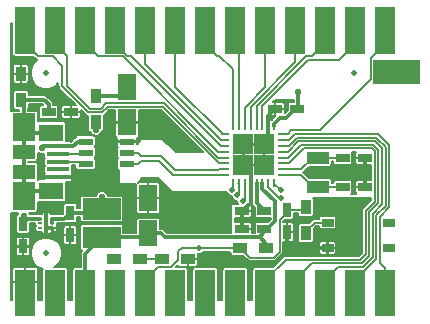
<source format=gbr>
G04 #@! TF.FileFunction,Copper,L1,Top,Signal*
%FSLAX46Y46*%
G04 Gerber Fmt 4.6, Leading zero omitted, Abs format (unit mm)*
G04 Created by KiCad (PCBNEW (2015-08-16 BZR 6097, Git b384c94)-product) date 05/01/2016 09:58:56*
%MOMM*%
G01*
G04 APERTURE LIST*
%ADD10C,0.100000*%
%ADD11R,2.000000X2.000000*%
%ADD12R,1.600200X2.199640*%
%ADD13R,1.250000X0.600000*%
%ADD14R,0.900000X1.200000*%
%ADD15C,0.500000*%
%ADD16R,0.700000X0.250000*%
%ADD17R,0.250000X0.700000*%
%ADD18R,1.725000X1.725000*%
%ADD19R,1.200000X0.750000*%
%ADD20R,1.880000X0.450000*%
%ADD21R,2.100000X1.475000*%
%ADD22R,1.900000X2.375000*%
%ADD23R,1.900000X1.175000*%
%ADD24R,0.750000X1.200000*%
%ADD25R,1.200000X0.900000*%
%ADD26R,0.350000X0.180000*%
%ADD27R,0.300000X1.500000*%
%ADD28R,1.900000X1.100000*%
%ADD29R,1.050000X0.650000*%
%ADD30R,1.727200X2.032000*%
%ADD31C,0.584200*%
%ADD32C,0.508000*%
%ADD33C,0.304800*%
%ADD34C,0.152400*%
%ADD35C,0.203200*%
G04 APERTURE END LIST*
D10*
D11*
X185420000Y-78740000D03*
X187325000Y-78740000D03*
D12*
X165354000Y-92433140D03*
X165354000Y-89430860D03*
X163576000Y-80032860D03*
X163576000Y-83035140D03*
D13*
X163548000Y-84648000D03*
X163548000Y-85598000D03*
X163548000Y-86548000D03*
X160048000Y-86548000D03*
X160048000Y-85598000D03*
X160048000Y-84648000D03*
D14*
X160909000Y-83015000D03*
X160909000Y-80815000D03*
D15*
X182753000Y-78867000D03*
D14*
X154559000Y-78910000D03*
X154559000Y-81110000D03*
D16*
X176670500Y-87501500D03*
X176670500Y-87001500D03*
X176670500Y-86501500D03*
X176670500Y-86001500D03*
X176670500Y-85501500D03*
X176670500Y-85001500D03*
X176670500Y-84501500D03*
X176670500Y-84001500D03*
D17*
X176020500Y-83351500D03*
X175520500Y-83351500D03*
X175020500Y-83351500D03*
X174520500Y-83351500D03*
X174020500Y-83351500D03*
X173520500Y-83351500D03*
X173020500Y-83351500D03*
X172520500Y-83351500D03*
D16*
X171870500Y-84001500D03*
X171870500Y-84501500D03*
X171870500Y-85001500D03*
X171870500Y-85501500D03*
X171870500Y-86001500D03*
X171870500Y-86501500D03*
X171870500Y-87001500D03*
X171870500Y-87501500D03*
D17*
X172520500Y-88151500D03*
X173020500Y-88151500D03*
X173520500Y-88151500D03*
X174020500Y-88151500D03*
X174520500Y-88151500D03*
X175020500Y-88151500D03*
X175520500Y-88151500D03*
X176020500Y-88151500D03*
D18*
X173408000Y-84889000D03*
X173408000Y-86614000D03*
X175133000Y-84889000D03*
X175133000Y-86614000D03*
D19*
X175194000Y-90551000D03*
X173294000Y-90551000D03*
D10*
G36*
X159817000Y-89467000D02*
X163017000Y-89467000D01*
X163017000Y-91267000D01*
X159817000Y-91267000D01*
X159817000Y-89467000D01*
X159817000Y-89467000D01*
G37*
G36*
X159817000Y-91867000D02*
X163017000Y-91867000D01*
X163017000Y-93667000D01*
X159817000Y-93667000D01*
X159817000Y-91867000D01*
X159817000Y-91867000D01*
G37*
D20*
X157723000Y-87660000D03*
X157723000Y-87010000D03*
X157723000Y-85060000D03*
X157723000Y-85710000D03*
X157723000Y-86360000D03*
D21*
X157113000Y-88822500D03*
X157113000Y-83897500D03*
D22*
X154813000Y-89272500D03*
X154813000Y-83447500D03*
D23*
X154813000Y-85522500D03*
X154813000Y-87197500D03*
D19*
X158811000Y-82169000D03*
X156911000Y-82169000D03*
X181803000Y-88519000D03*
X183703000Y-88519000D03*
X181803000Y-86042500D03*
X183703000Y-86042500D03*
X177988000Y-81915000D03*
X176088000Y-81915000D03*
X175194000Y-92075000D03*
X173294000Y-92075000D03*
D24*
X177101500Y-90426500D03*
X177101500Y-92326500D03*
D25*
X162476000Y-94589600D03*
X164676000Y-94589600D03*
X173144000Y-93662500D03*
X175344000Y-93662500D03*
D14*
X178689000Y-90213000D03*
X178689000Y-92413000D03*
D24*
X158750000Y-90678000D03*
X158750000Y-92578000D03*
X154749500Y-91633000D03*
X154749500Y-93533000D03*
D25*
X166506800Y-94589600D03*
X168706800Y-94589600D03*
D26*
X157243000Y-91967000D03*
X157243000Y-91567000D03*
X157243000Y-91167000D03*
X156193000Y-91167000D03*
X156193000Y-91567000D03*
X156193000Y-91967000D03*
D27*
X156718000Y-91567000D03*
D15*
X156718000Y-94107000D03*
X156718000Y-78867000D03*
D28*
X179705000Y-88499000D03*
X179705000Y-85999000D03*
D29*
X180534000Y-93658000D03*
X185734000Y-93658000D03*
X185734000Y-91508000D03*
X180534000Y-91508000D03*
D30*
X185420000Y-98425000D03*
X182880000Y-98425000D03*
X180340000Y-98425000D03*
X177800000Y-98425000D03*
X175260000Y-98425000D03*
X172720000Y-98425000D03*
X170180000Y-98425000D03*
X167640000Y-98425000D03*
X165100000Y-98425000D03*
X162560000Y-98425000D03*
X160020000Y-98425000D03*
X157480000Y-98425000D03*
X154940000Y-98425000D03*
X154940000Y-96520000D03*
X157480000Y-96520000D03*
X160020000Y-96520000D03*
X162560000Y-96520000D03*
X165100000Y-96520000D03*
X167640000Y-96520000D03*
X170180000Y-96520000D03*
X172720000Y-96520000D03*
X175260000Y-96520000D03*
X177800000Y-96520000D03*
X180340000Y-96520000D03*
X182880000Y-96520000D03*
X185420000Y-96520000D03*
X154940000Y-74295000D03*
X157480000Y-74295000D03*
X160020000Y-74295000D03*
X162560000Y-74295000D03*
X165100000Y-74295000D03*
X167640000Y-74295000D03*
X170180000Y-74295000D03*
X172720000Y-74295000D03*
X175260000Y-74295000D03*
X177800000Y-74295000D03*
X180340000Y-74295000D03*
X182880000Y-74295000D03*
X185420000Y-74295000D03*
X185420000Y-76200000D03*
X182880000Y-76200000D03*
X180340000Y-76200000D03*
X177800000Y-76200000D03*
X175260000Y-76200000D03*
X172720000Y-76200000D03*
X170180000Y-76200000D03*
X167640000Y-76200000D03*
X165100000Y-76200000D03*
X162560000Y-76200000D03*
X160020000Y-76200000D03*
X157480000Y-76200000D03*
X154940000Y-76200000D03*
D31*
X179451000Y-93662500D03*
X177165000Y-93789500D03*
X173294000Y-92075000D03*
X173294000Y-90551000D03*
X176088000Y-81915000D03*
X182880000Y-87757000D03*
X182880000Y-86804500D03*
X183705500Y-87757000D03*
X183705500Y-86804500D03*
X156718000Y-90551000D03*
X156718000Y-92519500D03*
X159131000Y-87630000D03*
X156210000Y-87630000D03*
X175133000Y-86614000D03*
X175133000Y-84889000D03*
X173408000Y-84889000D03*
X173408000Y-86614000D03*
D32*
X169671597Y-93653490D03*
X172906888Y-89213888D03*
X176596978Y-89441291D03*
X176588984Y-88780938D03*
D31*
X178054000Y-80454500D03*
X163576000Y-80032860D03*
X160909000Y-83629500D03*
X161417000Y-89344500D03*
X156337000Y-85201200D03*
X154813000Y-90932000D03*
D32*
X162458400Y-94589600D03*
X173373862Y-89680862D03*
X172439914Y-88746914D03*
D33*
X180534000Y-93658000D02*
X179455500Y-93658000D01*
X179455500Y-93658000D02*
X179451000Y-93662500D01*
X177101500Y-92326500D02*
X177101500Y-93726000D01*
X177101500Y-93726000D02*
X177165000Y-93789500D01*
X183705500Y-87757000D02*
X182880000Y-87757000D01*
X183705500Y-86804500D02*
X182880000Y-86804500D01*
X183705500Y-87757000D02*
X183705500Y-88516500D01*
X183705500Y-88516500D02*
X183703000Y-88519000D01*
X183703000Y-86042500D02*
X183703000Y-86802000D01*
X183703000Y-86802000D02*
X183705500Y-86804500D01*
X174020500Y-89824500D02*
X173294000Y-90551000D01*
X173294000Y-90551000D02*
X173294000Y-92075000D01*
X176088000Y-81915000D02*
X175520500Y-82482500D01*
X175520500Y-82482500D02*
X175520500Y-83351500D01*
X156718000Y-91567000D02*
X156718000Y-90551000D01*
X156718000Y-91567000D02*
X156718000Y-92519500D01*
X157723000Y-87660000D02*
X159101000Y-87660000D01*
X159101000Y-87660000D02*
X159131000Y-87630000D01*
X157723000Y-87660000D02*
X156240000Y-87660000D01*
X156240000Y-87660000D02*
X156210000Y-87630000D01*
X156718000Y-91802000D02*
X156718000Y-91332000D01*
X156718000Y-91871800D02*
X156718000Y-91332000D01*
X157243000Y-91967000D02*
X156883000Y-91967000D01*
X156883000Y-91967000D02*
X156718000Y-91802000D01*
X174020500Y-88151500D02*
X174020500Y-89824500D01*
X174020500Y-88151500D02*
X174020500Y-87226500D01*
X175520500Y-83351500D02*
X175520500Y-84501500D01*
X175520500Y-84501500D02*
X175133000Y-84889000D01*
D34*
X179705000Y-88499000D02*
X181783000Y-88499000D01*
X181783000Y-88499000D02*
X181803000Y-88519000D01*
X179705000Y-88499000D02*
X179305000Y-88499000D01*
X179305000Y-88499000D02*
X178307500Y-87501500D01*
X178307500Y-87501500D02*
X176670500Y-87501500D01*
X179705000Y-85999000D02*
X181759500Y-85999000D01*
X181759500Y-85999000D02*
X181803000Y-86042500D01*
X179705000Y-85999000D02*
X179305000Y-85999000D01*
X179305000Y-85999000D02*
X178302500Y-87001500D01*
X178302500Y-87001500D02*
X177172900Y-87001500D01*
X177172900Y-87001500D02*
X176670500Y-87001500D01*
X169671597Y-93653490D02*
X169014123Y-93655921D01*
X165100000Y-96520000D02*
X165100000Y-96367600D01*
X165100000Y-96367600D02*
X166199399Y-95268201D01*
X166199399Y-95268201D02*
X167289681Y-95268201D01*
X167289681Y-95268201D02*
X167878199Y-94679683D01*
X167878199Y-94679683D02*
X167878199Y-93956719D01*
X167878199Y-93956719D02*
X168178997Y-93655921D01*
X168178997Y-93655921D02*
X169014123Y-93655921D01*
X173164500Y-93662500D02*
X169671597Y-93653490D01*
X173020500Y-88151500D02*
X173020500Y-89100276D01*
X173020500Y-89100276D02*
X172906888Y-89213888D01*
X177101500Y-90426500D02*
X178475500Y-90426500D01*
X178475500Y-90426500D02*
X178689000Y-90213000D01*
X173164500Y-93662500D02*
X173990000Y-94488000D01*
X173990000Y-94488000D02*
X175979982Y-94488000D01*
X175979982Y-94488000D02*
X176497899Y-93970083D01*
X176497899Y-93970083D02*
X176497899Y-91255101D01*
X176497899Y-91255101D02*
X177101500Y-90651500D01*
X177101500Y-90651500D02*
X177101500Y-90426500D01*
X173020500Y-88151500D02*
X172979089Y-88192911D01*
X157723000Y-85710000D02*
X159936000Y-85710000D01*
X159936000Y-85710000D02*
X160048000Y-85598000D01*
X157723000Y-86360000D02*
X159860000Y-86360000D01*
X159860000Y-86360000D02*
X160048000Y-86548000D01*
X180534000Y-91508000D02*
X179444000Y-91508000D01*
X179444000Y-91508000D02*
X178689000Y-92263000D01*
X178689000Y-92263000D02*
X178689000Y-92413000D01*
X175520500Y-88151500D02*
X175520500Y-88537982D01*
X175520500Y-88537982D02*
X176423809Y-89441291D01*
X176423809Y-89441291D02*
X176596978Y-89441291D01*
X176020500Y-88151500D02*
X176020500Y-88212454D01*
X176020500Y-88212454D02*
X176588984Y-88780938D01*
X176020500Y-88151500D02*
X176020500Y-88376500D01*
D33*
X174788479Y-92754801D02*
X174796801Y-92754801D01*
X174796801Y-92754801D02*
X175344000Y-93302000D01*
X175344000Y-93302000D02*
X175344000Y-93662500D01*
X174788479Y-92754801D02*
X166780561Y-92754801D01*
X175110140Y-92433140D02*
X174788479Y-92754801D01*
X176098800Y-91395200D02*
X175419000Y-92075000D01*
X175110140Y-92433140D02*
X175110140Y-92158860D01*
X176098801Y-89709801D02*
X176098801Y-91203600D01*
X175020500Y-88631500D02*
X176098801Y-89709801D01*
X176098801Y-91203600D02*
X176098800Y-91395200D01*
X175344000Y-92225000D02*
X175194000Y-92075000D01*
X175110140Y-92158860D02*
X175194000Y-92075000D01*
X175419000Y-92075000D02*
X175194000Y-92075000D01*
X175020500Y-88151500D02*
X175020500Y-88631500D01*
X166458900Y-92433140D02*
X165354000Y-92433140D01*
X166780561Y-92754801D02*
X166458900Y-92433140D01*
X161417000Y-92767000D02*
X165020140Y-92767000D01*
X160020000Y-96520000D02*
X160020000Y-94164000D01*
X160020000Y-94164000D02*
X161417000Y-92767000D01*
X165020140Y-92767000D02*
X165354000Y-92433140D01*
X178054000Y-80454500D02*
X178054000Y-81849000D01*
X178054000Y-81849000D02*
X177988000Y-81915000D01*
X160909000Y-80815000D02*
X162793860Y-80815000D01*
X162793860Y-80815000D02*
X163576000Y-80032860D01*
X176470000Y-82677000D02*
X177001000Y-82677000D01*
X177001000Y-82677000D02*
X177763000Y-81915000D01*
X177763000Y-81915000D02*
X177988000Y-81915000D01*
X176020500Y-83351500D02*
X176020500Y-83126500D01*
X176020500Y-83126500D02*
X176470000Y-82677000D01*
X160909000Y-83629500D02*
X160909000Y-83015000D01*
X161417000Y-90367000D02*
X161417000Y-89344500D01*
X160909000Y-83015000D02*
X160909000Y-83373000D01*
X158750000Y-90678000D02*
X161106000Y-90678000D01*
X161106000Y-90678000D02*
X161417000Y-90367000D01*
X157243000Y-91167000D02*
X158261000Y-91167000D01*
X158261000Y-91167000D02*
X158750000Y-90678000D01*
X157243000Y-91167000D02*
X157243000Y-91509790D01*
X174520500Y-89877500D02*
X175194000Y-90551000D01*
X175223000Y-90551000D02*
X175448000Y-90551000D01*
X174520500Y-88151500D02*
X174520500Y-89877500D01*
X157723000Y-85060000D02*
X156478200Y-85060000D01*
X156478200Y-85060000D02*
X156337000Y-85201200D01*
X157723000Y-85060000D02*
X158967800Y-85060000D01*
X158967800Y-85060000D02*
X159379800Y-84648000D01*
X159379800Y-84648000D02*
X160048000Y-84648000D01*
X154559000Y-81110000D02*
X156531800Y-81110000D01*
X156531800Y-81110000D02*
X156911000Y-81489200D01*
X156911000Y-81489200D02*
X156911000Y-82169000D01*
X154813000Y-83447500D02*
X154813000Y-81364000D01*
X154813000Y-81364000D02*
X154559000Y-81110000D01*
X157113000Y-83897500D02*
X155263000Y-83897500D01*
X155263000Y-83897500D02*
X154813000Y-83447500D01*
X154813000Y-85522500D02*
X154813000Y-83447500D01*
X157113000Y-88822500D02*
X155263000Y-88822500D01*
X155263000Y-88822500D02*
X154813000Y-89272500D01*
X154813000Y-87197500D02*
X154813000Y-89272500D01*
X154813000Y-85522500D02*
X154813000Y-87197500D01*
D35*
X166421168Y-85869800D02*
X167599668Y-87048300D01*
X167599668Y-87048300D02*
X171298700Y-87048300D01*
X171298700Y-87048300D02*
X171345500Y-87001500D01*
X171345500Y-87001500D02*
X171870500Y-87001500D01*
X163548000Y-85598000D02*
X164485500Y-85598000D01*
X164485500Y-85598000D02*
X164757300Y-85869800D01*
X164757300Y-85869800D02*
X166421168Y-85869800D01*
X166252832Y-86276200D02*
X167431332Y-87454700D01*
X167431332Y-87454700D02*
X171298700Y-87454700D01*
X171298700Y-87454700D02*
X171345500Y-87501500D01*
X171345500Y-87501500D02*
X171870500Y-87501500D01*
X163548000Y-86548000D02*
X164485500Y-86548000D01*
X164485500Y-86548000D02*
X164757300Y-86276200D01*
X164757300Y-86276200D02*
X166252832Y-86276200D01*
D34*
X164676000Y-94589600D02*
X166506800Y-94589600D01*
D33*
X154749500Y-91633000D02*
X155215500Y-91167000D01*
X155215500Y-91167000D02*
X156193000Y-91167000D01*
X154813000Y-90932000D02*
X154813000Y-91569500D01*
X154813000Y-91569500D02*
X154749500Y-91633000D01*
D34*
X175260000Y-96520000D02*
X175260000Y-96367600D01*
X175260000Y-96367600D02*
X176987220Y-94640380D01*
X176987220Y-94640380D02*
X183312554Y-94640380D01*
X183312554Y-94640380D02*
X183761162Y-94191772D01*
X178572119Y-85220399D02*
X177291018Y-86501500D01*
X183761162Y-94191772D02*
X183761163Y-90495091D01*
X183761163Y-90495091D02*
X184531601Y-89724653D01*
X184531601Y-89724653D02*
X184531601Y-85484619D01*
X184531601Y-85484619D02*
X184267381Y-85220399D01*
X184267381Y-85220399D02*
X178572119Y-85220399D01*
X177291018Y-86501500D02*
X176670500Y-86501500D01*
X177800000Y-96520000D02*
X177800000Y-96367600D01*
X177169452Y-86001500D02*
X176670500Y-86001500D01*
X177800000Y-96367600D02*
X179222410Y-94945190D01*
X184393638Y-84915590D02*
X178255363Y-84915589D01*
X179222410Y-94945190D02*
X183438810Y-94945190D01*
X183438810Y-94945190D02*
X184065971Y-94318029D01*
X184065971Y-94318029D02*
X184065972Y-90621348D01*
X184065972Y-90621348D02*
X184836411Y-89850909D01*
X184836411Y-89850909D02*
X184836411Y-85358363D01*
X184836411Y-85358363D02*
X184393638Y-84915590D01*
X178255363Y-84915589D02*
X177169452Y-86001500D01*
X184370781Y-90747605D02*
X185141220Y-89977166D01*
X185141220Y-89977166D02*
X185141220Y-85232106D01*
X184370780Y-94445754D02*
X184370781Y-90747605D01*
X183566534Y-95250000D02*
X184370780Y-94445754D01*
X180340000Y-96520000D02*
X180340000Y-96367600D01*
X180340000Y-96367600D02*
X181457600Y-95250000D01*
X181457600Y-95250000D02*
X183566534Y-95250000D01*
X176670500Y-85501500D02*
X177172900Y-85501500D01*
X177172900Y-85501500D02*
X178063619Y-84610781D01*
X178063619Y-84610781D02*
X184519895Y-84610781D01*
X184519895Y-84610781D02*
X185141220Y-85232106D01*
X185446030Y-90103422D02*
X185446030Y-85105850D01*
X184675589Y-94572011D02*
X184675590Y-90873862D01*
X184675590Y-90873862D02*
X185446030Y-90103422D01*
X182880000Y-96520000D02*
X182880000Y-96367600D01*
X182880000Y-96367600D02*
X184675589Y-94572011D01*
X176670500Y-85001500D02*
X177241834Y-85001500D01*
X177241834Y-85001500D02*
X177937363Y-84305971D01*
X177937363Y-84305971D02*
X184646152Y-84305972D01*
X184646152Y-84305972D02*
X185446030Y-85105850D01*
X185750840Y-84979594D02*
X185750840Y-90229678D01*
X185750840Y-90229678D02*
X184980399Y-91000119D01*
X184980399Y-91000119D02*
X184980399Y-94911999D01*
X184980399Y-94911999D02*
X185420000Y-95351600D01*
X185420000Y-95351600D02*
X185420000Y-96520000D01*
X176670500Y-84501500D02*
X177310768Y-84501500D01*
X177310768Y-84501500D02*
X177811105Y-84001163D01*
X177811105Y-84001163D02*
X184772409Y-84001163D01*
X184772409Y-84001163D02*
X185750840Y-84979594D01*
X176670500Y-84001500D02*
X177172900Y-84001500D01*
X177172900Y-84001500D02*
X177478047Y-83696353D01*
X177478047Y-83696353D02*
X179886425Y-83696353D01*
X179886425Y-83696353D02*
X184191399Y-79391379D01*
X184191399Y-77581001D02*
X185420000Y-76352400D01*
X184191399Y-79391379D02*
X184191399Y-77581001D01*
X185420000Y-76352400D02*
X185420000Y-76200000D01*
X173520500Y-89534224D02*
X173373862Y-89680862D01*
X173520500Y-88151500D02*
X173520500Y-89534224D01*
X175020500Y-81596018D02*
X178867107Y-77749411D01*
X178867107Y-77749411D02*
X181482989Y-77749411D01*
X181482989Y-77749411D02*
X182880000Y-76352400D01*
X182880000Y-76352400D02*
X182880000Y-76200000D01*
X175020500Y-83351500D02*
X175020500Y-81596018D01*
X174520500Y-81664952D02*
X178740851Y-77444601D01*
X178740851Y-77444601D02*
X179247799Y-77444601D01*
X179247799Y-77444601D02*
X180340000Y-76352400D01*
X180340000Y-76352400D02*
X180340000Y-76200000D01*
X174520500Y-83351500D02*
X174520500Y-81664952D01*
X177800000Y-77954386D02*
X177800000Y-76200000D01*
X177800000Y-76352400D02*
X177800000Y-76200000D01*
X174020500Y-81733886D02*
X177800000Y-77954386D01*
X174020500Y-83351500D02*
X174020500Y-81733886D01*
X175260000Y-80063320D02*
X175260000Y-76200000D01*
X175260000Y-76352400D02*
X175260000Y-76200000D01*
X173520500Y-81802820D02*
X175260000Y-80063320D01*
X173520500Y-83351500D02*
X173520500Y-81802820D01*
X173020500Y-83351500D02*
X173020500Y-76500500D01*
X173020500Y-76500500D02*
X172720000Y-76200000D01*
X172720000Y-76352400D02*
X172720000Y-76200000D01*
X171196000Y-77368400D02*
X170180000Y-76352400D01*
X170180000Y-76352400D02*
X170180000Y-76200000D01*
X171348400Y-77368400D02*
X171196000Y-77368400D01*
X172520500Y-78540500D02*
X171348400Y-77368400D01*
X172520500Y-83351500D02*
X172520500Y-78540500D01*
X167640000Y-77368400D02*
X167640000Y-76200000D01*
X167640000Y-76352400D02*
X167640000Y-76200000D01*
X167640000Y-79996000D02*
X167640000Y-77368400D01*
X171870500Y-84001500D02*
X171645500Y-84001500D01*
X171645500Y-84001500D02*
X167640000Y-79996000D01*
X165100000Y-77368400D02*
X165100000Y-76200000D01*
X165100000Y-76352400D02*
X165100000Y-76200000D01*
X165100000Y-78117482D02*
X165100000Y-77368400D01*
X171484018Y-84501500D02*
X165100000Y-78117482D01*
X171870500Y-84501500D02*
X171484018Y-84501500D01*
X163576000Y-77368400D02*
X162560000Y-76352400D01*
X162560000Y-76352400D02*
X162560000Y-76200000D01*
X163908008Y-77368400D02*
X163576000Y-77368400D01*
X171870500Y-85001500D02*
X171541108Y-85001500D01*
X171541108Y-85001500D02*
X163908008Y-77368400D01*
X161112210Y-77444610D02*
X160020000Y-76352400D01*
X160020000Y-76352400D02*
X160020000Y-76200000D01*
X163221144Y-77444610D02*
X161112210Y-77444610D01*
X171278034Y-85501500D02*
X163221144Y-77444610D01*
X171870500Y-85501500D02*
X171278034Y-85501500D01*
X157480000Y-76352400D02*
X157480000Y-76200000D01*
X158496000Y-77368400D02*
X157480000Y-76352400D01*
X158496000Y-79975214D02*
X158496000Y-77368400D01*
X160402375Y-81881589D02*
X158496000Y-79975214D01*
X161336845Y-81881589D02*
X160402375Y-81881589D01*
X161816524Y-81401910D02*
X161336845Y-81881589D01*
X166699575Y-81401909D02*
X161816524Y-81401910D01*
X171299166Y-86001500D02*
X166699575Y-81401909D01*
X171870500Y-86001500D02*
X171299166Y-86001500D01*
X158044201Y-79411683D02*
X158044201Y-79306605D01*
X158044201Y-79306605D02*
X158044201Y-78230423D01*
X158044201Y-79954481D02*
X158044201Y-79306605D01*
X158044201Y-78230423D02*
X157258388Y-77444610D01*
X157258388Y-77444610D02*
X156032210Y-77444610D01*
X156032210Y-77444610D02*
X154940000Y-76352400D01*
X154940000Y-76352400D02*
X154940000Y-76200000D01*
X160276119Y-82186399D02*
X158044201Y-79954481D01*
X161463101Y-82186399D02*
X160276119Y-82186399D01*
X171368100Y-86501500D02*
X166573319Y-81706719D01*
X166573319Y-81706719D02*
X161942781Y-81706719D01*
X161942781Y-81706719D02*
X161463101Y-82186399D01*
X171870500Y-86501500D02*
X171368100Y-86501500D01*
X172520500Y-88151500D02*
X172520500Y-88666328D01*
X172520500Y-88666328D02*
X172439914Y-88746914D01*
X172520500Y-88151500D02*
X172520500Y-88376500D01*
G36*
X184226801Y-89598401D02*
X183545637Y-90279565D01*
X183479565Y-90378449D01*
X183456363Y-90495091D01*
X183456362Y-94065520D01*
X183186302Y-94335580D01*
X176987220Y-94335580D01*
X176870578Y-94358782D01*
X176771694Y-94424854D01*
X175925626Y-95270922D01*
X174396400Y-95270922D01*
X174311686Y-95286862D01*
X174233882Y-95336928D01*
X174181685Y-95413320D01*
X174163322Y-95504000D01*
X174163322Y-98094800D01*
X173816678Y-98094800D01*
X173816678Y-95504000D01*
X173800738Y-95419286D01*
X173750672Y-95341482D01*
X173674280Y-95289285D01*
X173583600Y-95270922D01*
X171856400Y-95270922D01*
X171771686Y-95286862D01*
X171693882Y-95336928D01*
X171641685Y-95413320D01*
X171623322Y-95504000D01*
X171623322Y-98094800D01*
X171276678Y-98094800D01*
X171276678Y-95504000D01*
X171260738Y-95419286D01*
X171210672Y-95341482D01*
X171134280Y-95289285D01*
X171043600Y-95270922D01*
X169316400Y-95270922D01*
X169231686Y-95286862D01*
X169153882Y-95336928D01*
X169101685Y-95413320D01*
X169083322Y-95504000D01*
X169083322Y-98094800D01*
X168736678Y-98094800D01*
X168736678Y-95504000D01*
X168720738Y-95419286D01*
X168670672Y-95341482D01*
X168594280Y-95289285D01*
X168503600Y-95270922D01*
X167718012Y-95270922D01*
X167885716Y-95103218D01*
X167913003Y-95169092D01*
X167977309Y-95233398D01*
X168061329Y-95268200D01*
X168636950Y-95268200D01*
X168694100Y-95211050D01*
X168694100Y-94602300D01*
X168719500Y-94602300D01*
X168719500Y-95211050D01*
X168776650Y-95268200D01*
X169352271Y-95268200D01*
X169436291Y-95233398D01*
X169500597Y-95169092D01*
X169535400Y-95085072D01*
X169535400Y-94659450D01*
X169478250Y-94602300D01*
X168719500Y-94602300D01*
X168694100Y-94602300D01*
X168674100Y-94602300D01*
X168674100Y-94576900D01*
X168694100Y-94576900D01*
X168694100Y-94556900D01*
X168719500Y-94556900D01*
X168719500Y-94576900D01*
X169478250Y-94576900D01*
X169535400Y-94519750D01*
X169535400Y-94119488D01*
X169575181Y-94136006D01*
X169767171Y-94136174D01*
X169944611Y-94062857D01*
X170048386Y-93959263D01*
X172310922Y-93965099D01*
X172310922Y-94112500D01*
X172326862Y-94197214D01*
X172376928Y-94275018D01*
X172453320Y-94327215D01*
X172544000Y-94345578D01*
X173416526Y-94345578D01*
X173774474Y-94703526D01*
X173873358Y-94769598D01*
X173990000Y-94792800D01*
X175979982Y-94792800D01*
X176096624Y-94769598D01*
X176195508Y-94703526D01*
X176713425Y-94185609D01*
X176779497Y-94086725D01*
X176802699Y-93970083D01*
X176802699Y-93727850D01*
X179780400Y-93727850D01*
X179780400Y-94028472D01*
X179815203Y-94112492D01*
X179879509Y-94176798D01*
X179963529Y-94211600D01*
X180464150Y-94211600D01*
X180521300Y-94154450D01*
X180521300Y-93670700D01*
X180546700Y-93670700D01*
X180546700Y-94154450D01*
X180603850Y-94211600D01*
X181104471Y-94211600D01*
X181188491Y-94176798D01*
X181252797Y-94112492D01*
X181287600Y-94028472D01*
X181287600Y-93727850D01*
X181230450Y-93670700D01*
X180546700Y-93670700D01*
X180521300Y-93670700D01*
X179837550Y-93670700D01*
X179780400Y-93727850D01*
X176802699Y-93727850D01*
X176802699Y-93287528D01*
X179780400Y-93287528D01*
X179780400Y-93588150D01*
X179837550Y-93645300D01*
X180521300Y-93645300D01*
X180521300Y-93161550D01*
X180546700Y-93161550D01*
X180546700Y-93645300D01*
X181230450Y-93645300D01*
X181287600Y-93588150D01*
X181287600Y-93287528D01*
X181252797Y-93203508D01*
X181188491Y-93139202D01*
X181104471Y-93104400D01*
X180603850Y-93104400D01*
X180546700Y-93161550D01*
X180521300Y-93161550D01*
X180464150Y-93104400D01*
X179963529Y-93104400D01*
X179879509Y-93139202D01*
X179815203Y-93203508D01*
X179780400Y-93287528D01*
X176802699Y-93287528D01*
X176802699Y-93155100D01*
X177031650Y-93155100D01*
X177088800Y-93097950D01*
X177088800Y-92339200D01*
X177114200Y-92339200D01*
X177114200Y-93097950D01*
X177171350Y-93155100D01*
X177521972Y-93155100D01*
X177605992Y-93120297D01*
X177670298Y-93055991D01*
X177705100Y-92971971D01*
X177705100Y-92396350D01*
X177647950Y-92339200D01*
X177114200Y-92339200D01*
X177088800Y-92339200D01*
X177068800Y-92339200D01*
X177068800Y-92313800D01*
X177088800Y-92313800D01*
X177088800Y-91555050D01*
X177114200Y-91555050D01*
X177114200Y-92313800D01*
X177647950Y-92313800D01*
X177705100Y-92256650D01*
X177705100Y-91813000D01*
X178005922Y-91813000D01*
X178005922Y-93013000D01*
X178021862Y-93097714D01*
X178071928Y-93175518D01*
X178148320Y-93227715D01*
X178239000Y-93246078D01*
X179139000Y-93246078D01*
X179223714Y-93230138D01*
X179301518Y-93180072D01*
X179353715Y-93103680D01*
X179372078Y-93013000D01*
X179372078Y-92010974D01*
X179570252Y-91812800D01*
X179775922Y-91812800D01*
X179775922Y-91833000D01*
X179791862Y-91917714D01*
X179841928Y-91995518D01*
X179918320Y-92047715D01*
X180009000Y-92066078D01*
X181059000Y-92066078D01*
X181143714Y-92050138D01*
X181221518Y-92000072D01*
X181273715Y-91923680D01*
X181292078Y-91833000D01*
X181292078Y-91183000D01*
X181276138Y-91098286D01*
X181226072Y-91020482D01*
X181149680Y-90968285D01*
X181059000Y-90949922D01*
X180009000Y-90949922D01*
X179924286Y-90965862D01*
X179846482Y-91015928D01*
X179794285Y-91092320D01*
X179775922Y-91183000D01*
X179775922Y-91203200D01*
X179444000Y-91203200D01*
X179327358Y-91226402D01*
X179228474Y-91292474D01*
X178941026Y-91579922D01*
X178239000Y-91579922D01*
X178154286Y-91595862D01*
X178076482Y-91645928D01*
X178024285Y-91722320D01*
X178005922Y-91813000D01*
X177705100Y-91813000D01*
X177705100Y-91681029D01*
X177670298Y-91597009D01*
X177605992Y-91532703D01*
X177521972Y-91497900D01*
X177171350Y-91497900D01*
X177114200Y-91555050D01*
X177088800Y-91555050D01*
X177031650Y-91497900D01*
X176802699Y-91497900D01*
X176802699Y-91381353D01*
X176924474Y-91259578D01*
X177476500Y-91259578D01*
X177561214Y-91243638D01*
X177639018Y-91193572D01*
X177691215Y-91117180D01*
X177709578Y-91026500D01*
X177709578Y-90731300D01*
X178005922Y-90731300D01*
X178005922Y-90813000D01*
X178021862Y-90897714D01*
X178071928Y-90975518D01*
X178148320Y-91027715D01*
X178239000Y-91046078D01*
X179139000Y-91046078D01*
X179223714Y-91030138D01*
X179301518Y-90980072D01*
X179353715Y-90903680D01*
X179372078Y-90813000D01*
X179372078Y-89613000D01*
X179356138Y-89528286D01*
X179306072Y-89450482D01*
X179262485Y-89420700D01*
X184226801Y-89420700D01*
X184226801Y-89598401D01*
X184226801Y-89598401D01*
G37*
X184226801Y-89598401D02*
X183545637Y-90279565D01*
X183479565Y-90378449D01*
X183456363Y-90495091D01*
X183456362Y-94065520D01*
X183186302Y-94335580D01*
X176987220Y-94335580D01*
X176870578Y-94358782D01*
X176771694Y-94424854D01*
X175925626Y-95270922D01*
X174396400Y-95270922D01*
X174311686Y-95286862D01*
X174233882Y-95336928D01*
X174181685Y-95413320D01*
X174163322Y-95504000D01*
X174163322Y-98094800D01*
X173816678Y-98094800D01*
X173816678Y-95504000D01*
X173800738Y-95419286D01*
X173750672Y-95341482D01*
X173674280Y-95289285D01*
X173583600Y-95270922D01*
X171856400Y-95270922D01*
X171771686Y-95286862D01*
X171693882Y-95336928D01*
X171641685Y-95413320D01*
X171623322Y-95504000D01*
X171623322Y-98094800D01*
X171276678Y-98094800D01*
X171276678Y-95504000D01*
X171260738Y-95419286D01*
X171210672Y-95341482D01*
X171134280Y-95289285D01*
X171043600Y-95270922D01*
X169316400Y-95270922D01*
X169231686Y-95286862D01*
X169153882Y-95336928D01*
X169101685Y-95413320D01*
X169083322Y-95504000D01*
X169083322Y-98094800D01*
X168736678Y-98094800D01*
X168736678Y-95504000D01*
X168720738Y-95419286D01*
X168670672Y-95341482D01*
X168594280Y-95289285D01*
X168503600Y-95270922D01*
X167718012Y-95270922D01*
X167885716Y-95103218D01*
X167913003Y-95169092D01*
X167977309Y-95233398D01*
X168061329Y-95268200D01*
X168636950Y-95268200D01*
X168694100Y-95211050D01*
X168694100Y-94602300D01*
X168719500Y-94602300D01*
X168719500Y-95211050D01*
X168776650Y-95268200D01*
X169352271Y-95268200D01*
X169436291Y-95233398D01*
X169500597Y-95169092D01*
X169535400Y-95085072D01*
X169535400Y-94659450D01*
X169478250Y-94602300D01*
X168719500Y-94602300D01*
X168694100Y-94602300D01*
X168674100Y-94602300D01*
X168674100Y-94576900D01*
X168694100Y-94576900D01*
X168694100Y-94556900D01*
X168719500Y-94556900D01*
X168719500Y-94576900D01*
X169478250Y-94576900D01*
X169535400Y-94519750D01*
X169535400Y-94119488D01*
X169575181Y-94136006D01*
X169767171Y-94136174D01*
X169944611Y-94062857D01*
X170048386Y-93959263D01*
X172310922Y-93965099D01*
X172310922Y-94112500D01*
X172326862Y-94197214D01*
X172376928Y-94275018D01*
X172453320Y-94327215D01*
X172544000Y-94345578D01*
X173416526Y-94345578D01*
X173774474Y-94703526D01*
X173873358Y-94769598D01*
X173990000Y-94792800D01*
X175979982Y-94792800D01*
X176096624Y-94769598D01*
X176195508Y-94703526D01*
X176713425Y-94185609D01*
X176779497Y-94086725D01*
X176802699Y-93970083D01*
X176802699Y-93727850D01*
X179780400Y-93727850D01*
X179780400Y-94028472D01*
X179815203Y-94112492D01*
X179879509Y-94176798D01*
X179963529Y-94211600D01*
X180464150Y-94211600D01*
X180521300Y-94154450D01*
X180521300Y-93670700D01*
X180546700Y-93670700D01*
X180546700Y-94154450D01*
X180603850Y-94211600D01*
X181104471Y-94211600D01*
X181188491Y-94176798D01*
X181252797Y-94112492D01*
X181287600Y-94028472D01*
X181287600Y-93727850D01*
X181230450Y-93670700D01*
X180546700Y-93670700D01*
X180521300Y-93670700D01*
X179837550Y-93670700D01*
X179780400Y-93727850D01*
X176802699Y-93727850D01*
X176802699Y-93287528D01*
X179780400Y-93287528D01*
X179780400Y-93588150D01*
X179837550Y-93645300D01*
X180521300Y-93645300D01*
X180521300Y-93161550D01*
X180546700Y-93161550D01*
X180546700Y-93645300D01*
X181230450Y-93645300D01*
X181287600Y-93588150D01*
X181287600Y-93287528D01*
X181252797Y-93203508D01*
X181188491Y-93139202D01*
X181104471Y-93104400D01*
X180603850Y-93104400D01*
X180546700Y-93161550D01*
X180521300Y-93161550D01*
X180464150Y-93104400D01*
X179963529Y-93104400D01*
X179879509Y-93139202D01*
X179815203Y-93203508D01*
X179780400Y-93287528D01*
X176802699Y-93287528D01*
X176802699Y-93155100D01*
X177031650Y-93155100D01*
X177088800Y-93097950D01*
X177088800Y-92339200D01*
X177114200Y-92339200D01*
X177114200Y-93097950D01*
X177171350Y-93155100D01*
X177521972Y-93155100D01*
X177605992Y-93120297D01*
X177670298Y-93055991D01*
X177705100Y-92971971D01*
X177705100Y-92396350D01*
X177647950Y-92339200D01*
X177114200Y-92339200D01*
X177088800Y-92339200D01*
X177068800Y-92339200D01*
X177068800Y-92313800D01*
X177088800Y-92313800D01*
X177088800Y-91555050D01*
X177114200Y-91555050D01*
X177114200Y-92313800D01*
X177647950Y-92313800D01*
X177705100Y-92256650D01*
X177705100Y-91813000D01*
X178005922Y-91813000D01*
X178005922Y-93013000D01*
X178021862Y-93097714D01*
X178071928Y-93175518D01*
X178148320Y-93227715D01*
X178239000Y-93246078D01*
X179139000Y-93246078D01*
X179223714Y-93230138D01*
X179301518Y-93180072D01*
X179353715Y-93103680D01*
X179372078Y-93013000D01*
X179372078Y-92010974D01*
X179570252Y-91812800D01*
X179775922Y-91812800D01*
X179775922Y-91833000D01*
X179791862Y-91917714D01*
X179841928Y-91995518D01*
X179918320Y-92047715D01*
X180009000Y-92066078D01*
X181059000Y-92066078D01*
X181143714Y-92050138D01*
X181221518Y-92000072D01*
X181273715Y-91923680D01*
X181292078Y-91833000D01*
X181292078Y-91183000D01*
X181276138Y-91098286D01*
X181226072Y-91020482D01*
X181149680Y-90968285D01*
X181059000Y-90949922D01*
X180009000Y-90949922D01*
X179924286Y-90965862D01*
X179846482Y-91015928D01*
X179794285Y-91092320D01*
X179775922Y-91183000D01*
X179775922Y-91203200D01*
X179444000Y-91203200D01*
X179327358Y-91226402D01*
X179228474Y-91292474D01*
X178941026Y-91579922D01*
X178239000Y-91579922D01*
X178154286Y-91595862D01*
X178076482Y-91645928D01*
X178024285Y-91722320D01*
X178005922Y-91813000D01*
X177705100Y-91813000D01*
X177705100Y-91681029D01*
X177670298Y-91597009D01*
X177605992Y-91532703D01*
X177521972Y-91497900D01*
X177171350Y-91497900D01*
X177114200Y-91555050D01*
X177088800Y-91555050D01*
X177031650Y-91497900D01*
X176802699Y-91497900D01*
X176802699Y-91381353D01*
X176924474Y-91259578D01*
X177476500Y-91259578D01*
X177561214Y-91243638D01*
X177639018Y-91193572D01*
X177691215Y-91117180D01*
X177709578Y-91026500D01*
X177709578Y-90731300D01*
X178005922Y-90731300D01*
X178005922Y-90813000D01*
X178021862Y-90897714D01*
X178071928Y-90975518D01*
X178148320Y-91027715D01*
X178239000Y-91046078D01*
X179139000Y-91046078D01*
X179223714Y-91030138D01*
X179301518Y-90980072D01*
X179353715Y-90903680D01*
X179372078Y-90813000D01*
X179372078Y-89613000D01*
X179356138Y-89528286D01*
X179306072Y-89450482D01*
X179262485Y-89420700D01*
X184226801Y-89420700D01*
X184226801Y-89598401D01*
G36*
X153843322Y-77216000D02*
X153859262Y-77300714D01*
X153909328Y-77378518D01*
X153985720Y-77430715D01*
X154076400Y-77449078D01*
X155605626Y-77449078D01*
X155816684Y-77660136D01*
X155915568Y-77726208D01*
X155976668Y-77738362D01*
X155967749Y-77742047D01*
X155594358Y-78114787D01*
X155392031Y-78602045D01*
X155391570Y-79129640D01*
X155593047Y-79617251D01*
X155965787Y-79990642D01*
X156453045Y-80192969D01*
X156980640Y-80193430D01*
X157468251Y-79991953D01*
X157739401Y-79721276D01*
X157739401Y-79954481D01*
X157762603Y-80071123D01*
X157828675Y-80170007D01*
X159224068Y-81565400D01*
X158880850Y-81565400D01*
X158823700Y-81622550D01*
X158823700Y-82156300D01*
X159582450Y-82156300D01*
X159639600Y-82099150D01*
X159639600Y-81980932D01*
X160060593Y-82401925D01*
X160159477Y-82467997D01*
X160225922Y-82481214D01*
X160225922Y-83615000D01*
X160241862Y-83699714D01*
X160291928Y-83777518D01*
X160368320Y-83829715D01*
X160433809Y-83842977D01*
X160467315Y-83924067D01*
X160613662Y-84070670D01*
X160804972Y-84150109D01*
X161012119Y-84150290D01*
X161203567Y-84071185D01*
X161350170Y-83924838D01*
X161383997Y-83843375D01*
X161443714Y-83832138D01*
X161521518Y-83782072D01*
X161573715Y-83705680D01*
X161592078Y-83615000D01*
X161592078Y-83104990D01*
X162547300Y-83104990D01*
X162547300Y-84180431D01*
X162582102Y-84264451D01*
X162646408Y-84328757D01*
X162694400Y-84348636D01*
X162694400Y-84578150D01*
X162751550Y-84635300D01*
X163535300Y-84635300D01*
X163535300Y-84615300D01*
X163560700Y-84615300D01*
X163560700Y-84635300D01*
X164344450Y-84635300D01*
X164401600Y-84578150D01*
X164401600Y-84363560D01*
X164421572Y-84363560D01*
X164505592Y-84328757D01*
X164569898Y-84264451D01*
X164604700Y-84180431D01*
X164604700Y-83104990D01*
X164547550Y-83047840D01*
X163588700Y-83047840D01*
X163588700Y-83067840D01*
X163563300Y-83067840D01*
X163563300Y-83047840D01*
X162604450Y-83047840D01*
X162547300Y-83104990D01*
X161592078Y-83104990D01*
X161592078Y-82459755D01*
X161678627Y-82401925D01*
X162069033Y-82011519D01*
X162547300Y-82011519D01*
X162547300Y-82965290D01*
X162604450Y-83022440D01*
X163563300Y-83022440D01*
X163563300Y-83002440D01*
X163588700Y-83002440D01*
X163588700Y-83022440D01*
X164547550Y-83022440D01*
X164604700Y-82965290D01*
X164604700Y-82011519D01*
X166447067Y-82011519D01*
X170008148Y-85572600D01*
X167671564Y-85572600D01*
X166525482Y-84426518D01*
X166501246Y-84410203D01*
X166471600Y-84404200D01*
X164795200Y-84404200D01*
X164773622Y-84407319D01*
X164746889Y-84421472D01*
X164727769Y-84444910D01*
X164495195Y-84886800D01*
X164401600Y-84886800D01*
X164401600Y-84717850D01*
X164344450Y-84660700D01*
X163560700Y-84660700D01*
X163560700Y-84680700D01*
X163535300Y-84680700D01*
X163535300Y-84660700D01*
X162751550Y-84660700D01*
X162694400Y-84717850D01*
X162694400Y-84993471D01*
X162729202Y-85077491D01*
X162773964Y-85122253D01*
X162760482Y-85130928D01*
X162708285Y-85207320D01*
X162689922Y-85298000D01*
X162689922Y-85898000D01*
X162705862Y-85982714D01*
X162755928Y-86060518D01*
X162773520Y-86072538D01*
X162760482Y-86080928D01*
X162708285Y-86157320D01*
X162689922Y-86248000D01*
X162689922Y-86848000D01*
X162705862Y-86932714D01*
X162755928Y-87010518D01*
X162832320Y-87062715D01*
X162839400Y-87064149D01*
X162839400Y-88138000D01*
X162844611Y-88165695D01*
X162860979Y-88191132D01*
X162885954Y-88208197D01*
X162915600Y-88214200D01*
X164338000Y-88214200D01*
X164356346Y-88210616D01*
X164325300Y-88285569D01*
X164325300Y-89361010D01*
X164382450Y-89418160D01*
X165341300Y-89418160D01*
X165341300Y-88159590D01*
X165366700Y-88159590D01*
X165366700Y-89418160D01*
X166325550Y-89418160D01*
X166382700Y-89361010D01*
X166382700Y-88285569D01*
X166347898Y-88201549D01*
X166283592Y-88137243D01*
X166199572Y-88102440D01*
X165423850Y-88102440D01*
X165366700Y-88159590D01*
X165341300Y-88159590D01*
X165284150Y-88102440D01*
X164508428Y-88102440D01*
X164462158Y-88121606D01*
X164826764Y-87757000D01*
X166186036Y-87757000D01*
X167332118Y-88903082D01*
X167356354Y-88919397D01*
X167386000Y-88925400D01*
X171907200Y-88925400D01*
X171935873Y-88919799D01*
X171961082Y-88903082D01*
X171976073Y-88888091D01*
X172030547Y-89019928D01*
X172166186Y-89155804D01*
X172343498Y-89229430D01*
X172424274Y-89229501D01*
X172424204Y-89309462D01*
X172497521Y-89486902D01*
X172633160Y-89622778D01*
X172810472Y-89696404D01*
X172891248Y-89696475D01*
X172891178Y-89776436D01*
X172943597Y-89903300D01*
X172466000Y-89903300D01*
X172438305Y-89908511D01*
X172412868Y-89924879D01*
X172395803Y-89949854D01*
X172389800Y-89979500D01*
X172389800Y-92373801D01*
X166938376Y-92373801D01*
X166728308Y-92163732D01*
X166604703Y-92081142D01*
X166458900Y-92052140D01*
X166387178Y-92052140D01*
X166387178Y-91333320D01*
X166371238Y-91248606D01*
X166321172Y-91170802D01*
X166244780Y-91118605D01*
X166154100Y-91100242D01*
X164553900Y-91100242D01*
X164469186Y-91116182D01*
X164391382Y-91166248D01*
X164339185Y-91242640D01*
X164320822Y-91333320D01*
X164320822Y-92386000D01*
X163250078Y-92386000D01*
X163250078Y-91867000D01*
X163234138Y-91782286D01*
X163184072Y-91704482D01*
X163107680Y-91652285D01*
X163017000Y-91633922D01*
X159817000Y-91633922D01*
X159732286Y-91649862D01*
X159654482Y-91699928D01*
X159602285Y-91776320D01*
X159583922Y-91867000D01*
X159583922Y-93667000D01*
X159599862Y-93751714D01*
X159649928Y-93829518D01*
X159726320Y-93881715D01*
X159757213Y-93887971D01*
X159750592Y-93894592D01*
X159668002Y-94018197D01*
X159657029Y-94073361D01*
X159639000Y-94164000D01*
X159639000Y-95270922D01*
X159156400Y-95270922D01*
X159071686Y-95286862D01*
X158993882Y-95336928D01*
X158941685Y-95413320D01*
X158923322Y-95504000D01*
X158923322Y-98094800D01*
X158576678Y-98094800D01*
X158576678Y-95504000D01*
X158560738Y-95419286D01*
X158510672Y-95341482D01*
X158434280Y-95289285D01*
X158343600Y-95270922D01*
X157373939Y-95270922D01*
X157468251Y-95231953D01*
X157841642Y-94859213D01*
X158043969Y-94371955D01*
X158044430Y-93844360D01*
X157842953Y-93356749D01*
X157470213Y-92983358D01*
X156982955Y-92781031D01*
X156455360Y-92780570D01*
X155967749Y-92982047D01*
X155594358Y-93354787D01*
X155392031Y-93842045D01*
X155391570Y-94369640D01*
X155593047Y-94857251D01*
X155965787Y-95230642D01*
X156402578Y-95412013D01*
X156401685Y-95413320D01*
X156383322Y-95504000D01*
X156383322Y-98094800D01*
X156032200Y-98094800D01*
X156032200Y-96589850D01*
X155975050Y-96532700D01*
X154952700Y-96532700D01*
X154952700Y-98094800D01*
X154927300Y-98094800D01*
X154927300Y-96532700D01*
X153904950Y-96532700D01*
X153847800Y-96589850D01*
X153847800Y-98094800D01*
X153746200Y-98094800D01*
X153746200Y-95458529D01*
X153847800Y-95458529D01*
X153847800Y-96450150D01*
X153904950Y-96507300D01*
X154927300Y-96507300D01*
X154927300Y-95332550D01*
X154952700Y-95332550D01*
X154952700Y-96507300D01*
X155975050Y-96507300D01*
X156032200Y-96450150D01*
X156032200Y-95458529D01*
X155997398Y-95374509D01*
X155933092Y-95310203D01*
X155849072Y-95275400D01*
X155009850Y-95275400D01*
X154952700Y-95332550D01*
X154927300Y-95332550D01*
X154870150Y-95275400D01*
X154030928Y-95275400D01*
X153946908Y-95310203D01*
X153882602Y-95374509D01*
X153847800Y-95458529D01*
X153746200Y-95458529D01*
X153746200Y-93602850D01*
X154145900Y-93602850D01*
X154145900Y-94178471D01*
X154180702Y-94262491D01*
X154245008Y-94326797D01*
X154329028Y-94361600D01*
X154679650Y-94361600D01*
X154736800Y-94304450D01*
X154736800Y-93545700D01*
X154762200Y-93545700D01*
X154762200Y-94304450D01*
X154819350Y-94361600D01*
X155169972Y-94361600D01*
X155253992Y-94326797D01*
X155318298Y-94262491D01*
X155353100Y-94178471D01*
X155353100Y-93602850D01*
X155295950Y-93545700D01*
X154762200Y-93545700D01*
X154736800Y-93545700D01*
X154203050Y-93545700D01*
X154145900Y-93602850D01*
X153746200Y-93602850D01*
X153746200Y-92887529D01*
X154145900Y-92887529D01*
X154145900Y-93463150D01*
X154203050Y-93520300D01*
X154736800Y-93520300D01*
X154736800Y-92761550D01*
X154762200Y-92761550D01*
X154762200Y-93520300D01*
X155295950Y-93520300D01*
X155353100Y-93463150D01*
X155353100Y-92887529D01*
X155318298Y-92803509D01*
X155253992Y-92739203D01*
X155169972Y-92704400D01*
X154819350Y-92704400D01*
X154762200Y-92761550D01*
X154736800Y-92761550D01*
X154679650Y-92704400D01*
X154329028Y-92704400D01*
X154245008Y-92739203D01*
X154180702Y-92803509D01*
X154145900Y-92887529D01*
X153746200Y-92887529D01*
X153746200Y-92647850D01*
X158146400Y-92647850D01*
X158146400Y-93223471D01*
X158181202Y-93307491D01*
X158245508Y-93371797D01*
X158329528Y-93406600D01*
X158680150Y-93406600D01*
X158737300Y-93349450D01*
X158737300Y-92590700D01*
X158762700Y-92590700D01*
X158762700Y-93349450D01*
X158819850Y-93406600D01*
X159170472Y-93406600D01*
X159254492Y-93371797D01*
X159318798Y-93307491D01*
X159353600Y-93223471D01*
X159353600Y-92647850D01*
X159296450Y-92590700D01*
X158762700Y-92590700D01*
X158737300Y-92590700D01*
X158203550Y-92590700D01*
X158146400Y-92647850D01*
X153746200Y-92647850D01*
X153746200Y-90656868D01*
X153772320Y-90674715D01*
X153863000Y-90693078D01*
X154348404Y-90693078D01*
X154298066Y-90814304D01*
X154289786Y-90815862D01*
X154211982Y-90865928D01*
X154159785Y-90942320D01*
X154141422Y-91033000D01*
X154141422Y-92233000D01*
X154157362Y-92317714D01*
X154207428Y-92395518D01*
X154283820Y-92447715D01*
X154374500Y-92466078D01*
X155124500Y-92466078D01*
X155209214Y-92450138D01*
X155287018Y-92400072D01*
X155339215Y-92323680D01*
X155357578Y-92233000D01*
X155357578Y-91563737D01*
X155373315Y-91548000D01*
X155784922Y-91548000D01*
X155784922Y-91657000D01*
X155800862Y-91741714D01*
X155816819Y-91766512D01*
X155803285Y-91786320D01*
X155784922Y-91877000D01*
X155784922Y-92057000D01*
X155800862Y-92141714D01*
X155850928Y-92219518D01*
X155927320Y-92271715D01*
X156018000Y-92290078D01*
X156339400Y-92290078D01*
X156339400Y-92362472D01*
X156374203Y-92446492D01*
X156438509Y-92510798D01*
X156522529Y-92545600D01*
X156648150Y-92545600D01*
X156705300Y-92488450D01*
X156705300Y-91579700D01*
X156685300Y-91579700D01*
X156685300Y-91554300D01*
X156705300Y-91554300D01*
X156705300Y-90645550D01*
X156730700Y-90645550D01*
X156730700Y-91554300D01*
X156750700Y-91554300D01*
X156750700Y-91579700D01*
X156730700Y-91579700D01*
X156730700Y-92488450D01*
X156787850Y-92545600D01*
X156913471Y-92545600D01*
X156997491Y-92510798D01*
X157061797Y-92446492D01*
X157096600Y-92362472D01*
X157096600Y-92285600D01*
X157173150Y-92285600D01*
X157230300Y-92228450D01*
X157230300Y-91979700D01*
X157255700Y-91979700D01*
X157255700Y-92228450D01*
X157312850Y-92285600D01*
X157463471Y-92285600D01*
X157547491Y-92250798D01*
X157611797Y-92186492D01*
X157646600Y-92102472D01*
X157646600Y-92036850D01*
X157589450Y-91979700D01*
X157255700Y-91979700D01*
X157230300Y-91979700D01*
X157210300Y-91979700D01*
X157210300Y-91954300D01*
X157230300Y-91954300D01*
X157230300Y-91934300D01*
X157255700Y-91934300D01*
X157255700Y-91954300D01*
X157589450Y-91954300D01*
X157611221Y-91932529D01*
X158146400Y-91932529D01*
X158146400Y-92508150D01*
X158203550Y-92565300D01*
X158737300Y-92565300D01*
X158737300Y-91806550D01*
X158762700Y-91806550D01*
X158762700Y-92565300D01*
X159296450Y-92565300D01*
X159353600Y-92508150D01*
X159353600Y-91932529D01*
X159318798Y-91848509D01*
X159254492Y-91784203D01*
X159170472Y-91749400D01*
X158819850Y-91749400D01*
X158762700Y-91806550D01*
X158737300Y-91806550D01*
X158680150Y-91749400D01*
X158329528Y-91749400D01*
X158245508Y-91784203D01*
X158181202Y-91848509D01*
X158146400Y-91932529D01*
X157611221Y-91932529D01*
X157646600Y-91897150D01*
X157646600Y-91831528D01*
X157619736Y-91766675D01*
X157632715Y-91747680D01*
X157651078Y-91657000D01*
X157651078Y-91548000D01*
X158261000Y-91548000D01*
X158406803Y-91518998D01*
X158418656Y-91511078D01*
X159125000Y-91511078D01*
X159209714Y-91495138D01*
X159287518Y-91445072D01*
X159339715Y-91368680D01*
X159358078Y-91278000D01*
X159358078Y-91059000D01*
X159583922Y-91059000D01*
X159583922Y-91267000D01*
X159599862Y-91351714D01*
X159649928Y-91429518D01*
X159726320Y-91481715D01*
X159817000Y-91500078D01*
X163017000Y-91500078D01*
X163101714Y-91484138D01*
X163179518Y-91434072D01*
X163231715Y-91357680D01*
X163250078Y-91267000D01*
X163250078Y-89500710D01*
X164325300Y-89500710D01*
X164325300Y-90576151D01*
X164360102Y-90660171D01*
X164424408Y-90724477D01*
X164508428Y-90759280D01*
X165284150Y-90759280D01*
X165341300Y-90702130D01*
X165341300Y-89443560D01*
X165366700Y-89443560D01*
X165366700Y-90702130D01*
X165423850Y-90759280D01*
X166199572Y-90759280D01*
X166283592Y-90724477D01*
X166347898Y-90660171D01*
X166382700Y-90576151D01*
X166382700Y-89500710D01*
X166325550Y-89443560D01*
X165366700Y-89443560D01*
X165341300Y-89443560D01*
X164382450Y-89443560D01*
X164325300Y-89500710D01*
X163250078Y-89500710D01*
X163250078Y-89467000D01*
X163234138Y-89382286D01*
X163184072Y-89304482D01*
X163107680Y-89252285D01*
X163017000Y-89233922D01*
X161934708Y-89233922D01*
X161858685Y-89049933D01*
X161712338Y-88903330D01*
X161521028Y-88823891D01*
X161313881Y-88823710D01*
X161122433Y-88902815D01*
X160975830Y-89049162D01*
X160899111Y-89233922D01*
X159817000Y-89233922D01*
X159732286Y-89249862D01*
X159654482Y-89299928D01*
X159602285Y-89376320D01*
X159583922Y-89467000D01*
X159583922Y-90297000D01*
X159358078Y-90297000D01*
X159358078Y-90078000D01*
X159342138Y-89993286D01*
X159292072Y-89915482D01*
X159215680Y-89863285D01*
X159125000Y-89844922D01*
X158375000Y-89844922D01*
X158290286Y-89860862D01*
X158212482Y-89910928D01*
X158160285Y-89987320D01*
X158141922Y-90078000D01*
X158141922Y-90747262D01*
X158103184Y-90786000D01*
X157243000Y-90786000D01*
X157097198Y-90815002D01*
X157096600Y-90815402D01*
X157096600Y-90771528D01*
X157061797Y-90687508D01*
X156997491Y-90623202D01*
X156913471Y-90588400D01*
X156787850Y-90588400D01*
X156730700Y-90645550D01*
X156705300Y-90645550D01*
X156648150Y-90588400D01*
X156522529Y-90588400D01*
X156438509Y-90623202D01*
X156374203Y-90687508D01*
X156339400Y-90771528D01*
X156339400Y-90815402D01*
X156338802Y-90815002D01*
X156193000Y-90786000D01*
X155316072Y-90786000D01*
X155277677Y-90693078D01*
X155763000Y-90693078D01*
X155847714Y-90677138D01*
X155925518Y-90627072D01*
X155977715Y-90550680D01*
X155996078Y-90460000D01*
X155996078Y-89779526D01*
X156063000Y-89793078D01*
X158163000Y-89793078D01*
X158247714Y-89777138D01*
X158325518Y-89727072D01*
X158377715Y-89650680D01*
X158396078Y-89560000D01*
X158396078Y-88113600D01*
X158708471Y-88113600D01*
X158792491Y-88078798D01*
X158856797Y-88014492D01*
X158891600Y-87930472D01*
X158891600Y-87729850D01*
X158834450Y-87672700D01*
X157735700Y-87672700D01*
X157735700Y-87692700D01*
X157710300Y-87692700D01*
X157710300Y-87672700D01*
X156611550Y-87672700D01*
X156554400Y-87729850D01*
X156554400Y-87851922D01*
X156063000Y-87851922D01*
X155979338Y-87867664D01*
X155996078Y-87785000D01*
X155996078Y-86610000D01*
X155980138Y-86525286D01*
X155930072Y-86447482D01*
X155853680Y-86395285D01*
X155763000Y-86376922D01*
X155194000Y-86376922D01*
X155194000Y-86343078D01*
X155763000Y-86343078D01*
X155847714Y-86327138D01*
X155925518Y-86277072D01*
X155977715Y-86200680D01*
X155996078Y-86110000D01*
X155996078Y-85596706D01*
X156041662Y-85642370D01*
X156232972Y-85721809D01*
X156440119Y-85721990D01*
X156549922Y-85676620D01*
X156549922Y-85935000D01*
X156565862Y-86019714D01*
X156575191Y-86034212D01*
X156568285Y-86044320D01*
X156549922Y-86135000D01*
X156549922Y-86585000D01*
X156565862Y-86669714D01*
X156575191Y-86684212D01*
X156568285Y-86694320D01*
X156549922Y-86785000D01*
X156549922Y-87235000D01*
X156565862Y-87319714D01*
X156576482Y-87336218D01*
X156554400Y-87389528D01*
X156554400Y-87590150D01*
X156611550Y-87647300D01*
X157710300Y-87647300D01*
X157710300Y-87627300D01*
X157735700Y-87627300D01*
X157735700Y-87647300D01*
X158834450Y-87647300D01*
X158891600Y-87590150D01*
X158891600Y-87389528D01*
X158869894Y-87337126D01*
X158877715Y-87325680D01*
X158896078Y-87235000D01*
X158896078Y-86785000D01*
X158880138Y-86700286D01*
X158870809Y-86685788D01*
X158877715Y-86675680D01*
X158879918Y-86664800D01*
X159189922Y-86664800D01*
X159189922Y-86848000D01*
X159205862Y-86932714D01*
X159255928Y-87010518D01*
X159332320Y-87062715D01*
X159423000Y-87081078D01*
X160673000Y-87081078D01*
X160757714Y-87065138D01*
X160835518Y-87015072D01*
X160887715Y-86938680D01*
X160906078Y-86848000D01*
X160906078Y-86248000D01*
X160890138Y-86163286D01*
X160840072Y-86085482D01*
X160822480Y-86073462D01*
X160835518Y-86065072D01*
X160887715Y-85988680D01*
X160906078Y-85898000D01*
X160906078Y-85298000D01*
X160890138Y-85213286D01*
X160840072Y-85135482D01*
X160822480Y-85123462D01*
X160835518Y-85115072D01*
X160887715Y-85038680D01*
X160906078Y-84948000D01*
X160906078Y-84348000D01*
X160890138Y-84263286D01*
X160840072Y-84185482D01*
X160763680Y-84133285D01*
X160673000Y-84114922D01*
X159423000Y-84114922D01*
X159338286Y-84130862D01*
X159260482Y-84180928D01*
X159208285Y-84257320D01*
X159195203Y-84321924D01*
X159110392Y-84378592D01*
X158822010Y-84666974D01*
X158753680Y-84620285D01*
X158663000Y-84601922D01*
X158396078Y-84601922D01*
X158396078Y-83160000D01*
X158380138Y-83075286D01*
X158330072Y-82997482D01*
X158253680Y-82945285D01*
X158163000Y-82926922D01*
X156063000Y-82926922D01*
X155996078Y-82939514D01*
X155996078Y-82260000D01*
X155980138Y-82175286D01*
X155930072Y-82097482D01*
X155853680Y-82045285D01*
X155763000Y-82026922D01*
X155194000Y-82026922D01*
X155194000Y-81844169D01*
X155223715Y-81800680D01*
X155242078Y-81710000D01*
X155242078Y-81491000D01*
X156373984Y-81491000D01*
X156443906Y-81560922D01*
X156311000Y-81560922D01*
X156226286Y-81576862D01*
X156148482Y-81626928D01*
X156096285Y-81703320D01*
X156077922Y-81794000D01*
X156077922Y-82544000D01*
X156093862Y-82628714D01*
X156143928Y-82706518D01*
X156220320Y-82758715D01*
X156311000Y-82777078D01*
X157511000Y-82777078D01*
X157595714Y-82761138D01*
X157673518Y-82711072D01*
X157725715Y-82634680D01*
X157744078Y-82544000D01*
X157744078Y-82238850D01*
X157982400Y-82238850D01*
X157982400Y-82589472D01*
X158017203Y-82673492D01*
X158081509Y-82737798D01*
X158165529Y-82772600D01*
X158741150Y-82772600D01*
X158798300Y-82715450D01*
X158798300Y-82181700D01*
X158823700Y-82181700D01*
X158823700Y-82715450D01*
X158880850Y-82772600D01*
X159456471Y-82772600D01*
X159540491Y-82737798D01*
X159604797Y-82673492D01*
X159639600Y-82589472D01*
X159639600Y-82238850D01*
X159582450Y-82181700D01*
X158823700Y-82181700D01*
X158798300Y-82181700D01*
X158039550Y-82181700D01*
X157982400Y-82238850D01*
X157744078Y-82238850D01*
X157744078Y-81794000D01*
X157735522Y-81748528D01*
X157982400Y-81748528D01*
X157982400Y-82099150D01*
X158039550Y-82156300D01*
X158798300Y-82156300D01*
X158798300Y-81622550D01*
X158741150Y-81565400D01*
X158165529Y-81565400D01*
X158081509Y-81600202D01*
X158017203Y-81664508D01*
X157982400Y-81748528D01*
X157735522Y-81748528D01*
X157728138Y-81709286D01*
X157678072Y-81631482D01*
X157601680Y-81579285D01*
X157511000Y-81560922D01*
X157292000Y-81560922D01*
X157292000Y-81489205D01*
X157292001Y-81489200D01*
X157262998Y-81343398D01*
X157180408Y-81219792D01*
X156801208Y-80840592D01*
X156677603Y-80758002D01*
X156531800Y-80729000D01*
X155242078Y-80729000D01*
X155242078Y-80510000D01*
X155226138Y-80425286D01*
X155176072Y-80347482D01*
X155099680Y-80295285D01*
X155009000Y-80276922D01*
X154109000Y-80276922D01*
X154024286Y-80292862D01*
X153946482Y-80342928D01*
X153894285Y-80419320D01*
X153875922Y-80510000D01*
X153875922Y-81710000D01*
X153891862Y-81794714D01*
X153941928Y-81872518D01*
X154018320Y-81924715D01*
X154109000Y-81943078D01*
X154432000Y-81943078D01*
X154432000Y-82026922D01*
X153863000Y-82026922D01*
X153778286Y-82042862D01*
X153746200Y-82063509D01*
X153746200Y-78979850D01*
X153880400Y-78979850D01*
X153880400Y-79555471D01*
X153915202Y-79639491D01*
X153979508Y-79703797D01*
X154063528Y-79738600D01*
X154489150Y-79738600D01*
X154546300Y-79681450D01*
X154546300Y-78922700D01*
X154571700Y-78922700D01*
X154571700Y-79681450D01*
X154628850Y-79738600D01*
X155054472Y-79738600D01*
X155138492Y-79703797D01*
X155202798Y-79639491D01*
X155237600Y-79555471D01*
X155237600Y-78979850D01*
X155180450Y-78922700D01*
X154571700Y-78922700D01*
X154546300Y-78922700D01*
X153937550Y-78922700D01*
X153880400Y-78979850D01*
X153746200Y-78979850D01*
X153746200Y-78264529D01*
X153880400Y-78264529D01*
X153880400Y-78840150D01*
X153937550Y-78897300D01*
X154546300Y-78897300D01*
X154546300Y-78138550D01*
X154571700Y-78138550D01*
X154571700Y-78897300D01*
X155180450Y-78897300D01*
X155237600Y-78840150D01*
X155237600Y-78264529D01*
X155202798Y-78180509D01*
X155138492Y-78116203D01*
X155054472Y-78081400D01*
X154628850Y-78081400D01*
X154571700Y-78138550D01*
X154546300Y-78138550D01*
X154489150Y-78081400D01*
X154063528Y-78081400D01*
X153979508Y-78116203D01*
X153915202Y-78180509D01*
X153880400Y-78264529D01*
X153746200Y-78264529D01*
X153746200Y-74625200D01*
X153843322Y-74625200D01*
X153843322Y-77216000D01*
X153843322Y-77216000D01*
G37*
X153843322Y-77216000D02*
X153859262Y-77300714D01*
X153909328Y-77378518D01*
X153985720Y-77430715D01*
X154076400Y-77449078D01*
X155605626Y-77449078D01*
X155816684Y-77660136D01*
X155915568Y-77726208D01*
X155976668Y-77738362D01*
X155967749Y-77742047D01*
X155594358Y-78114787D01*
X155392031Y-78602045D01*
X155391570Y-79129640D01*
X155593047Y-79617251D01*
X155965787Y-79990642D01*
X156453045Y-80192969D01*
X156980640Y-80193430D01*
X157468251Y-79991953D01*
X157739401Y-79721276D01*
X157739401Y-79954481D01*
X157762603Y-80071123D01*
X157828675Y-80170007D01*
X159224068Y-81565400D01*
X158880850Y-81565400D01*
X158823700Y-81622550D01*
X158823700Y-82156300D01*
X159582450Y-82156300D01*
X159639600Y-82099150D01*
X159639600Y-81980932D01*
X160060593Y-82401925D01*
X160159477Y-82467997D01*
X160225922Y-82481214D01*
X160225922Y-83615000D01*
X160241862Y-83699714D01*
X160291928Y-83777518D01*
X160368320Y-83829715D01*
X160433809Y-83842977D01*
X160467315Y-83924067D01*
X160613662Y-84070670D01*
X160804972Y-84150109D01*
X161012119Y-84150290D01*
X161203567Y-84071185D01*
X161350170Y-83924838D01*
X161383997Y-83843375D01*
X161443714Y-83832138D01*
X161521518Y-83782072D01*
X161573715Y-83705680D01*
X161592078Y-83615000D01*
X161592078Y-83104990D01*
X162547300Y-83104990D01*
X162547300Y-84180431D01*
X162582102Y-84264451D01*
X162646408Y-84328757D01*
X162694400Y-84348636D01*
X162694400Y-84578150D01*
X162751550Y-84635300D01*
X163535300Y-84635300D01*
X163535300Y-84615300D01*
X163560700Y-84615300D01*
X163560700Y-84635300D01*
X164344450Y-84635300D01*
X164401600Y-84578150D01*
X164401600Y-84363560D01*
X164421572Y-84363560D01*
X164505592Y-84328757D01*
X164569898Y-84264451D01*
X164604700Y-84180431D01*
X164604700Y-83104990D01*
X164547550Y-83047840D01*
X163588700Y-83047840D01*
X163588700Y-83067840D01*
X163563300Y-83067840D01*
X163563300Y-83047840D01*
X162604450Y-83047840D01*
X162547300Y-83104990D01*
X161592078Y-83104990D01*
X161592078Y-82459755D01*
X161678627Y-82401925D01*
X162069033Y-82011519D01*
X162547300Y-82011519D01*
X162547300Y-82965290D01*
X162604450Y-83022440D01*
X163563300Y-83022440D01*
X163563300Y-83002440D01*
X163588700Y-83002440D01*
X163588700Y-83022440D01*
X164547550Y-83022440D01*
X164604700Y-82965290D01*
X164604700Y-82011519D01*
X166447067Y-82011519D01*
X170008148Y-85572600D01*
X167671564Y-85572600D01*
X166525482Y-84426518D01*
X166501246Y-84410203D01*
X166471600Y-84404200D01*
X164795200Y-84404200D01*
X164773622Y-84407319D01*
X164746889Y-84421472D01*
X164727769Y-84444910D01*
X164495195Y-84886800D01*
X164401600Y-84886800D01*
X164401600Y-84717850D01*
X164344450Y-84660700D01*
X163560700Y-84660700D01*
X163560700Y-84680700D01*
X163535300Y-84680700D01*
X163535300Y-84660700D01*
X162751550Y-84660700D01*
X162694400Y-84717850D01*
X162694400Y-84993471D01*
X162729202Y-85077491D01*
X162773964Y-85122253D01*
X162760482Y-85130928D01*
X162708285Y-85207320D01*
X162689922Y-85298000D01*
X162689922Y-85898000D01*
X162705862Y-85982714D01*
X162755928Y-86060518D01*
X162773520Y-86072538D01*
X162760482Y-86080928D01*
X162708285Y-86157320D01*
X162689922Y-86248000D01*
X162689922Y-86848000D01*
X162705862Y-86932714D01*
X162755928Y-87010518D01*
X162832320Y-87062715D01*
X162839400Y-87064149D01*
X162839400Y-88138000D01*
X162844611Y-88165695D01*
X162860979Y-88191132D01*
X162885954Y-88208197D01*
X162915600Y-88214200D01*
X164338000Y-88214200D01*
X164356346Y-88210616D01*
X164325300Y-88285569D01*
X164325300Y-89361010D01*
X164382450Y-89418160D01*
X165341300Y-89418160D01*
X165341300Y-88159590D01*
X165366700Y-88159590D01*
X165366700Y-89418160D01*
X166325550Y-89418160D01*
X166382700Y-89361010D01*
X166382700Y-88285569D01*
X166347898Y-88201549D01*
X166283592Y-88137243D01*
X166199572Y-88102440D01*
X165423850Y-88102440D01*
X165366700Y-88159590D01*
X165341300Y-88159590D01*
X165284150Y-88102440D01*
X164508428Y-88102440D01*
X164462158Y-88121606D01*
X164826764Y-87757000D01*
X166186036Y-87757000D01*
X167332118Y-88903082D01*
X167356354Y-88919397D01*
X167386000Y-88925400D01*
X171907200Y-88925400D01*
X171935873Y-88919799D01*
X171961082Y-88903082D01*
X171976073Y-88888091D01*
X172030547Y-89019928D01*
X172166186Y-89155804D01*
X172343498Y-89229430D01*
X172424274Y-89229501D01*
X172424204Y-89309462D01*
X172497521Y-89486902D01*
X172633160Y-89622778D01*
X172810472Y-89696404D01*
X172891248Y-89696475D01*
X172891178Y-89776436D01*
X172943597Y-89903300D01*
X172466000Y-89903300D01*
X172438305Y-89908511D01*
X172412868Y-89924879D01*
X172395803Y-89949854D01*
X172389800Y-89979500D01*
X172389800Y-92373801D01*
X166938376Y-92373801D01*
X166728308Y-92163732D01*
X166604703Y-92081142D01*
X166458900Y-92052140D01*
X166387178Y-92052140D01*
X166387178Y-91333320D01*
X166371238Y-91248606D01*
X166321172Y-91170802D01*
X166244780Y-91118605D01*
X166154100Y-91100242D01*
X164553900Y-91100242D01*
X164469186Y-91116182D01*
X164391382Y-91166248D01*
X164339185Y-91242640D01*
X164320822Y-91333320D01*
X164320822Y-92386000D01*
X163250078Y-92386000D01*
X163250078Y-91867000D01*
X163234138Y-91782286D01*
X163184072Y-91704482D01*
X163107680Y-91652285D01*
X163017000Y-91633922D01*
X159817000Y-91633922D01*
X159732286Y-91649862D01*
X159654482Y-91699928D01*
X159602285Y-91776320D01*
X159583922Y-91867000D01*
X159583922Y-93667000D01*
X159599862Y-93751714D01*
X159649928Y-93829518D01*
X159726320Y-93881715D01*
X159757213Y-93887971D01*
X159750592Y-93894592D01*
X159668002Y-94018197D01*
X159657029Y-94073361D01*
X159639000Y-94164000D01*
X159639000Y-95270922D01*
X159156400Y-95270922D01*
X159071686Y-95286862D01*
X158993882Y-95336928D01*
X158941685Y-95413320D01*
X158923322Y-95504000D01*
X158923322Y-98094800D01*
X158576678Y-98094800D01*
X158576678Y-95504000D01*
X158560738Y-95419286D01*
X158510672Y-95341482D01*
X158434280Y-95289285D01*
X158343600Y-95270922D01*
X157373939Y-95270922D01*
X157468251Y-95231953D01*
X157841642Y-94859213D01*
X158043969Y-94371955D01*
X158044430Y-93844360D01*
X157842953Y-93356749D01*
X157470213Y-92983358D01*
X156982955Y-92781031D01*
X156455360Y-92780570D01*
X155967749Y-92982047D01*
X155594358Y-93354787D01*
X155392031Y-93842045D01*
X155391570Y-94369640D01*
X155593047Y-94857251D01*
X155965787Y-95230642D01*
X156402578Y-95412013D01*
X156401685Y-95413320D01*
X156383322Y-95504000D01*
X156383322Y-98094800D01*
X156032200Y-98094800D01*
X156032200Y-96589850D01*
X155975050Y-96532700D01*
X154952700Y-96532700D01*
X154952700Y-98094800D01*
X154927300Y-98094800D01*
X154927300Y-96532700D01*
X153904950Y-96532700D01*
X153847800Y-96589850D01*
X153847800Y-98094800D01*
X153746200Y-98094800D01*
X153746200Y-95458529D01*
X153847800Y-95458529D01*
X153847800Y-96450150D01*
X153904950Y-96507300D01*
X154927300Y-96507300D01*
X154927300Y-95332550D01*
X154952700Y-95332550D01*
X154952700Y-96507300D01*
X155975050Y-96507300D01*
X156032200Y-96450150D01*
X156032200Y-95458529D01*
X155997398Y-95374509D01*
X155933092Y-95310203D01*
X155849072Y-95275400D01*
X155009850Y-95275400D01*
X154952700Y-95332550D01*
X154927300Y-95332550D01*
X154870150Y-95275400D01*
X154030928Y-95275400D01*
X153946908Y-95310203D01*
X153882602Y-95374509D01*
X153847800Y-95458529D01*
X153746200Y-95458529D01*
X153746200Y-93602850D01*
X154145900Y-93602850D01*
X154145900Y-94178471D01*
X154180702Y-94262491D01*
X154245008Y-94326797D01*
X154329028Y-94361600D01*
X154679650Y-94361600D01*
X154736800Y-94304450D01*
X154736800Y-93545700D01*
X154762200Y-93545700D01*
X154762200Y-94304450D01*
X154819350Y-94361600D01*
X155169972Y-94361600D01*
X155253992Y-94326797D01*
X155318298Y-94262491D01*
X155353100Y-94178471D01*
X155353100Y-93602850D01*
X155295950Y-93545700D01*
X154762200Y-93545700D01*
X154736800Y-93545700D01*
X154203050Y-93545700D01*
X154145900Y-93602850D01*
X153746200Y-93602850D01*
X153746200Y-92887529D01*
X154145900Y-92887529D01*
X154145900Y-93463150D01*
X154203050Y-93520300D01*
X154736800Y-93520300D01*
X154736800Y-92761550D01*
X154762200Y-92761550D01*
X154762200Y-93520300D01*
X155295950Y-93520300D01*
X155353100Y-93463150D01*
X155353100Y-92887529D01*
X155318298Y-92803509D01*
X155253992Y-92739203D01*
X155169972Y-92704400D01*
X154819350Y-92704400D01*
X154762200Y-92761550D01*
X154736800Y-92761550D01*
X154679650Y-92704400D01*
X154329028Y-92704400D01*
X154245008Y-92739203D01*
X154180702Y-92803509D01*
X154145900Y-92887529D01*
X153746200Y-92887529D01*
X153746200Y-92647850D01*
X158146400Y-92647850D01*
X158146400Y-93223471D01*
X158181202Y-93307491D01*
X158245508Y-93371797D01*
X158329528Y-93406600D01*
X158680150Y-93406600D01*
X158737300Y-93349450D01*
X158737300Y-92590700D01*
X158762700Y-92590700D01*
X158762700Y-93349450D01*
X158819850Y-93406600D01*
X159170472Y-93406600D01*
X159254492Y-93371797D01*
X159318798Y-93307491D01*
X159353600Y-93223471D01*
X159353600Y-92647850D01*
X159296450Y-92590700D01*
X158762700Y-92590700D01*
X158737300Y-92590700D01*
X158203550Y-92590700D01*
X158146400Y-92647850D01*
X153746200Y-92647850D01*
X153746200Y-90656868D01*
X153772320Y-90674715D01*
X153863000Y-90693078D01*
X154348404Y-90693078D01*
X154298066Y-90814304D01*
X154289786Y-90815862D01*
X154211982Y-90865928D01*
X154159785Y-90942320D01*
X154141422Y-91033000D01*
X154141422Y-92233000D01*
X154157362Y-92317714D01*
X154207428Y-92395518D01*
X154283820Y-92447715D01*
X154374500Y-92466078D01*
X155124500Y-92466078D01*
X155209214Y-92450138D01*
X155287018Y-92400072D01*
X155339215Y-92323680D01*
X155357578Y-92233000D01*
X155357578Y-91563737D01*
X155373315Y-91548000D01*
X155784922Y-91548000D01*
X155784922Y-91657000D01*
X155800862Y-91741714D01*
X155816819Y-91766512D01*
X155803285Y-91786320D01*
X155784922Y-91877000D01*
X155784922Y-92057000D01*
X155800862Y-92141714D01*
X155850928Y-92219518D01*
X155927320Y-92271715D01*
X156018000Y-92290078D01*
X156339400Y-92290078D01*
X156339400Y-92362472D01*
X156374203Y-92446492D01*
X156438509Y-92510798D01*
X156522529Y-92545600D01*
X156648150Y-92545600D01*
X156705300Y-92488450D01*
X156705300Y-91579700D01*
X156685300Y-91579700D01*
X156685300Y-91554300D01*
X156705300Y-91554300D01*
X156705300Y-90645550D01*
X156730700Y-90645550D01*
X156730700Y-91554300D01*
X156750700Y-91554300D01*
X156750700Y-91579700D01*
X156730700Y-91579700D01*
X156730700Y-92488450D01*
X156787850Y-92545600D01*
X156913471Y-92545600D01*
X156997491Y-92510798D01*
X157061797Y-92446492D01*
X157096600Y-92362472D01*
X157096600Y-92285600D01*
X157173150Y-92285600D01*
X157230300Y-92228450D01*
X157230300Y-91979700D01*
X157255700Y-91979700D01*
X157255700Y-92228450D01*
X157312850Y-92285600D01*
X157463471Y-92285600D01*
X157547491Y-92250798D01*
X157611797Y-92186492D01*
X157646600Y-92102472D01*
X157646600Y-92036850D01*
X157589450Y-91979700D01*
X157255700Y-91979700D01*
X157230300Y-91979700D01*
X157210300Y-91979700D01*
X157210300Y-91954300D01*
X157230300Y-91954300D01*
X157230300Y-91934300D01*
X157255700Y-91934300D01*
X157255700Y-91954300D01*
X157589450Y-91954300D01*
X157611221Y-91932529D01*
X158146400Y-91932529D01*
X158146400Y-92508150D01*
X158203550Y-92565300D01*
X158737300Y-92565300D01*
X158737300Y-91806550D01*
X158762700Y-91806550D01*
X158762700Y-92565300D01*
X159296450Y-92565300D01*
X159353600Y-92508150D01*
X159353600Y-91932529D01*
X159318798Y-91848509D01*
X159254492Y-91784203D01*
X159170472Y-91749400D01*
X158819850Y-91749400D01*
X158762700Y-91806550D01*
X158737300Y-91806550D01*
X158680150Y-91749400D01*
X158329528Y-91749400D01*
X158245508Y-91784203D01*
X158181202Y-91848509D01*
X158146400Y-91932529D01*
X157611221Y-91932529D01*
X157646600Y-91897150D01*
X157646600Y-91831528D01*
X157619736Y-91766675D01*
X157632715Y-91747680D01*
X157651078Y-91657000D01*
X157651078Y-91548000D01*
X158261000Y-91548000D01*
X158406803Y-91518998D01*
X158418656Y-91511078D01*
X159125000Y-91511078D01*
X159209714Y-91495138D01*
X159287518Y-91445072D01*
X159339715Y-91368680D01*
X159358078Y-91278000D01*
X159358078Y-91059000D01*
X159583922Y-91059000D01*
X159583922Y-91267000D01*
X159599862Y-91351714D01*
X159649928Y-91429518D01*
X159726320Y-91481715D01*
X159817000Y-91500078D01*
X163017000Y-91500078D01*
X163101714Y-91484138D01*
X163179518Y-91434072D01*
X163231715Y-91357680D01*
X163250078Y-91267000D01*
X163250078Y-89500710D01*
X164325300Y-89500710D01*
X164325300Y-90576151D01*
X164360102Y-90660171D01*
X164424408Y-90724477D01*
X164508428Y-90759280D01*
X165284150Y-90759280D01*
X165341300Y-90702130D01*
X165341300Y-89443560D01*
X165366700Y-89443560D01*
X165366700Y-90702130D01*
X165423850Y-90759280D01*
X166199572Y-90759280D01*
X166283592Y-90724477D01*
X166347898Y-90660171D01*
X166382700Y-90576151D01*
X166382700Y-89500710D01*
X166325550Y-89443560D01*
X165366700Y-89443560D01*
X165341300Y-89443560D01*
X164382450Y-89443560D01*
X164325300Y-89500710D01*
X163250078Y-89500710D01*
X163250078Y-89467000D01*
X163234138Y-89382286D01*
X163184072Y-89304482D01*
X163107680Y-89252285D01*
X163017000Y-89233922D01*
X161934708Y-89233922D01*
X161858685Y-89049933D01*
X161712338Y-88903330D01*
X161521028Y-88823891D01*
X161313881Y-88823710D01*
X161122433Y-88902815D01*
X160975830Y-89049162D01*
X160899111Y-89233922D01*
X159817000Y-89233922D01*
X159732286Y-89249862D01*
X159654482Y-89299928D01*
X159602285Y-89376320D01*
X159583922Y-89467000D01*
X159583922Y-90297000D01*
X159358078Y-90297000D01*
X159358078Y-90078000D01*
X159342138Y-89993286D01*
X159292072Y-89915482D01*
X159215680Y-89863285D01*
X159125000Y-89844922D01*
X158375000Y-89844922D01*
X158290286Y-89860862D01*
X158212482Y-89910928D01*
X158160285Y-89987320D01*
X158141922Y-90078000D01*
X158141922Y-90747262D01*
X158103184Y-90786000D01*
X157243000Y-90786000D01*
X157097198Y-90815002D01*
X157096600Y-90815402D01*
X157096600Y-90771528D01*
X157061797Y-90687508D01*
X156997491Y-90623202D01*
X156913471Y-90588400D01*
X156787850Y-90588400D01*
X156730700Y-90645550D01*
X156705300Y-90645550D01*
X156648150Y-90588400D01*
X156522529Y-90588400D01*
X156438509Y-90623202D01*
X156374203Y-90687508D01*
X156339400Y-90771528D01*
X156339400Y-90815402D01*
X156338802Y-90815002D01*
X156193000Y-90786000D01*
X155316072Y-90786000D01*
X155277677Y-90693078D01*
X155763000Y-90693078D01*
X155847714Y-90677138D01*
X155925518Y-90627072D01*
X155977715Y-90550680D01*
X155996078Y-90460000D01*
X155996078Y-89779526D01*
X156063000Y-89793078D01*
X158163000Y-89793078D01*
X158247714Y-89777138D01*
X158325518Y-89727072D01*
X158377715Y-89650680D01*
X158396078Y-89560000D01*
X158396078Y-88113600D01*
X158708471Y-88113600D01*
X158792491Y-88078798D01*
X158856797Y-88014492D01*
X158891600Y-87930472D01*
X158891600Y-87729850D01*
X158834450Y-87672700D01*
X157735700Y-87672700D01*
X157735700Y-87692700D01*
X157710300Y-87692700D01*
X157710300Y-87672700D01*
X156611550Y-87672700D01*
X156554400Y-87729850D01*
X156554400Y-87851922D01*
X156063000Y-87851922D01*
X155979338Y-87867664D01*
X155996078Y-87785000D01*
X155996078Y-86610000D01*
X155980138Y-86525286D01*
X155930072Y-86447482D01*
X155853680Y-86395285D01*
X155763000Y-86376922D01*
X155194000Y-86376922D01*
X155194000Y-86343078D01*
X155763000Y-86343078D01*
X155847714Y-86327138D01*
X155925518Y-86277072D01*
X155977715Y-86200680D01*
X155996078Y-86110000D01*
X155996078Y-85596706D01*
X156041662Y-85642370D01*
X156232972Y-85721809D01*
X156440119Y-85721990D01*
X156549922Y-85676620D01*
X156549922Y-85935000D01*
X156565862Y-86019714D01*
X156575191Y-86034212D01*
X156568285Y-86044320D01*
X156549922Y-86135000D01*
X156549922Y-86585000D01*
X156565862Y-86669714D01*
X156575191Y-86684212D01*
X156568285Y-86694320D01*
X156549922Y-86785000D01*
X156549922Y-87235000D01*
X156565862Y-87319714D01*
X156576482Y-87336218D01*
X156554400Y-87389528D01*
X156554400Y-87590150D01*
X156611550Y-87647300D01*
X157710300Y-87647300D01*
X157710300Y-87627300D01*
X157735700Y-87627300D01*
X157735700Y-87647300D01*
X158834450Y-87647300D01*
X158891600Y-87590150D01*
X158891600Y-87389528D01*
X158869894Y-87337126D01*
X158877715Y-87325680D01*
X158896078Y-87235000D01*
X158896078Y-86785000D01*
X158880138Y-86700286D01*
X158870809Y-86685788D01*
X158877715Y-86675680D01*
X158879918Y-86664800D01*
X159189922Y-86664800D01*
X159189922Y-86848000D01*
X159205862Y-86932714D01*
X159255928Y-87010518D01*
X159332320Y-87062715D01*
X159423000Y-87081078D01*
X160673000Y-87081078D01*
X160757714Y-87065138D01*
X160835518Y-87015072D01*
X160887715Y-86938680D01*
X160906078Y-86848000D01*
X160906078Y-86248000D01*
X160890138Y-86163286D01*
X160840072Y-86085482D01*
X160822480Y-86073462D01*
X160835518Y-86065072D01*
X160887715Y-85988680D01*
X160906078Y-85898000D01*
X160906078Y-85298000D01*
X160890138Y-85213286D01*
X160840072Y-85135482D01*
X160822480Y-85123462D01*
X160835518Y-85115072D01*
X160887715Y-85038680D01*
X160906078Y-84948000D01*
X160906078Y-84348000D01*
X160890138Y-84263286D01*
X160840072Y-84185482D01*
X160763680Y-84133285D01*
X160673000Y-84114922D01*
X159423000Y-84114922D01*
X159338286Y-84130862D01*
X159260482Y-84180928D01*
X159208285Y-84257320D01*
X159195203Y-84321924D01*
X159110392Y-84378592D01*
X158822010Y-84666974D01*
X158753680Y-84620285D01*
X158663000Y-84601922D01*
X158396078Y-84601922D01*
X158396078Y-83160000D01*
X158380138Y-83075286D01*
X158330072Y-82997482D01*
X158253680Y-82945285D01*
X158163000Y-82926922D01*
X156063000Y-82926922D01*
X155996078Y-82939514D01*
X155996078Y-82260000D01*
X155980138Y-82175286D01*
X155930072Y-82097482D01*
X155853680Y-82045285D01*
X155763000Y-82026922D01*
X155194000Y-82026922D01*
X155194000Y-81844169D01*
X155223715Y-81800680D01*
X155242078Y-81710000D01*
X155242078Y-81491000D01*
X156373984Y-81491000D01*
X156443906Y-81560922D01*
X156311000Y-81560922D01*
X156226286Y-81576862D01*
X156148482Y-81626928D01*
X156096285Y-81703320D01*
X156077922Y-81794000D01*
X156077922Y-82544000D01*
X156093862Y-82628714D01*
X156143928Y-82706518D01*
X156220320Y-82758715D01*
X156311000Y-82777078D01*
X157511000Y-82777078D01*
X157595714Y-82761138D01*
X157673518Y-82711072D01*
X157725715Y-82634680D01*
X157744078Y-82544000D01*
X157744078Y-82238850D01*
X157982400Y-82238850D01*
X157982400Y-82589472D01*
X158017203Y-82673492D01*
X158081509Y-82737798D01*
X158165529Y-82772600D01*
X158741150Y-82772600D01*
X158798300Y-82715450D01*
X158798300Y-82181700D01*
X158823700Y-82181700D01*
X158823700Y-82715450D01*
X158880850Y-82772600D01*
X159456471Y-82772600D01*
X159540491Y-82737798D01*
X159604797Y-82673492D01*
X159639600Y-82589472D01*
X159639600Y-82238850D01*
X159582450Y-82181700D01*
X158823700Y-82181700D01*
X158798300Y-82181700D01*
X158039550Y-82181700D01*
X157982400Y-82238850D01*
X157744078Y-82238850D01*
X157744078Y-81794000D01*
X157735522Y-81748528D01*
X157982400Y-81748528D01*
X157982400Y-82099150D01*
X158039550Y-82156300D01*
X158798300Y-82156300D01*
X158798300Y-81622550D01*
X158741150Y-81565400D01*
X158165529Y-81565400D01*
X158081509Y-81600202D01*
X158017203Y-81664508D01*
X157982400Y-81748528D01*
X157735522Y-81748528D01*
X157728138Y-81709286D01*
X157678072Y-81631482D01*
X157601680Y-81579285D01*
X157511000Y-81560922D01*
X157292000Y-81560922D01*
X157292000Y-81489205D01*
X157292001Y-81489200D01*
X157262998Y-81343398D01*
X157180408Y-81219792D01*
X156801208Y-80840592D01*
X156677603Y-80758002D01*
X156531800Y-80729000D01*
X155242078Y-80729000D01*
X155242078Y-80510000D01*
X155226138Y-80425286D01*
X155176072Y-80347482D01*
X155099680Y-80295285D01*
X155009000Y-80276922D01*
X154109000Y-80276922D01*
X154024286Y-80292862D01*
X153946482Y-80342928D01*
X153894285Y-80419320D01*
X153875922Y-80510000D01*
X153875922Y-81710000D01*
X153891862Y-81794714D01*
X153941928Y-81872518D01*
X154018320Y-81924715D01*
X154109000Y-81943078D01*
X154432000Y-81943078D01*
X154432000Y-82026922D01*
X153863000Y-82026922D01*
X153778286Y-82042862D01*
X153746200Y-82063509D01*
X153746200Y-78979850D01*
X153880400Y-78979850D01*
X153880400Y-79555471D01*
X153915202Y-79639491D01*
X153979508Y-79703797D01*
X154063528Y-79738600D01*
X154489150Y-79738600D01*
X154546300Y-79681450D01*
X154546300Y-78922700D01*
X154571700Y-78922700D01*
X154571700Y-79681450D01*
X154628850Y-79738600D01*
X155054472Y-79738600D01*
X155138492Y-79703797D01*
X155202798Y-79639491D01*
X155237600Y-79555471D01*
X155237600Y-78979850D01*
X155180450Y-78922700D01*
X154571700Y-78922700D01*
X154546300Y-78922700D01*
X153937550Y-78922700D01*
X153880400Y-78979850D01*
X153746200Y-78979850D01*
X153746200Y-78264529D01*
X153880400Y-78264529D01*
X153880400Y-78840150D01*
X153937550Y-78897300D01*
X154546300Y-78897300D01*
X154546300Y-78138550D01*
X154571700Y-78138550D01*
X154571700Y-78897300D01*
X155180450Y-78897300D01*
X155237600Y-78840150D01*
X155237600Y-78264529D01*
X155202798Y-78180509D01*
X155138492Y-78116203D01*
X155054472Y-78081400D01*
X154628850Y-78081400D01*
X154571700Y-78138550D01*
X154546300Y-78138550D01*
X154489150Y-78081400D01*
X154063528Y-78081400D01*
X153979508Y-78116203D01*
X153915202Y-78180509D01*
X153880400Y-78264529D01*
X153746200Y-78264529D01*
X153746200Y-74625200D01*
X153843322Y-74625200D01*
X153843322Y-77216000D01*
G36*
X174033200Y-88138800D02*
X174053200Y-88138800D01*
X174053200Y-88164200D01*
X174033200Y-88164200D01*
X174033200Y-88672950D01*
X174090350Y-88730100D01*
X174139500Y-88730100D01*
X174139500Y-89877500D01*
X174168502Y-90023303D01*
X174251092Y-90146908D01*
X174360922Y-90256738D01*
X174360922Y-90926000D01*
X174376862Y-91010714D01*
X174426928Y-91088518D01*
X174503320Y-91140715D01*
X174594000Y-91159078D01*
X175717801Y-91159078D01*
X175717801Y-91237384D01*
X175488262Y-91466922D01*
X174594000Y-91466922D01*
X174509286Y-91482862D01*
X174431482Y-91532928D01*
X174379285Y-91609320D01*
X174360922Y-91700000D01*
X174360922Y-92373801D01*
X174122600Y-92373801D01*
X174122600Y-92144850D01*
X174065450Y-92087700D01*
X173306700Y-92087700D01*
X173306700Y-92107700D01*
X173281300Y-92107700D01*
X173281300Y-92087700D01*
X173261300Y-92087700D01*
X173261300Y-92062300D01*
X173281300Y-92062300D01*
X173281300Y-91528550D01*
X173306700Y-91528550D01*
X173306700Y-92062300D01*
X174065450Y-92062300D01*
X174122600Y-92005150D01*
X174122600Y-91654528D01*
X174087797Y-91570508D01*
X174023491Y-91506202D01*
X173939471Y-91471400D01*
X173363850Y-91471400D01*
X173306700Y-91528550D01*
X173281300Y-91528550D01*
X173224150Y-91471400D01*
X172732700Y-91471400D01*
X172732700Y-91154600D01*
X173224150Y-91154600D01*
X173281300Y-91097450D01*
X173281300Y-90563700D01*
X173306700Y-90563700D01*
X173306700Y-91097450D01*
X173363850Y-91154600D01*
X173939471Y-91154600D01*
X174023491Y-91119798D01*
X174087797Y-91055492D01*
X174122600Y-90971472D01*
X174122600Y-90620850D01*
X174065450Y-90563700D01*
X173306700Y-90563700D01*
X173281300Y-90563700D01*
X173261300Y-90563700D01*
X173261300Y-90538300D01*
X173281300Y-90538300D01*
X173281300Y-90518300D01*
X173306700Y-90518300D01*
X173306700Y-90538300D01*
X174065450Y-90538300D01*
X174122600Y-90481150D01*
X174122600Y-90130528D01*
X174087797Y-90046508D01*
X174023491Y-89982202D01*
X173939471Y-89947400D01*
X173939200Y-89947400D01*
X173939200Y-88730100D01*
X173950650Y-88730100D01*
X174007800Y-88672950D01*
X174007800Y-88164200D01*
X173987800Y-88164200D01*
X173987800Y-88138800D01*
X174007800Y-88138800D01*
X174007800Y-88118800D01*
X174033200Y-88118800D01*
X174033200Y-88138800D01*
X174033200Y-88138800D01*
G37*
X174033200Y-88138800D02*
X174053200Y-88138800D01*
X174053200Y-88164200D01*
X174033200Y-88164200D01*
X174033200Y-88672950D01*
X174090350Y-88730100D01*
X174139500Y-88730100D01*
X174139500Y-89877500D01*
X174168502Y-90023303D01*
X174251092Y-90146908D01*
X174360922Y-90256738D01*
X174360922Y-90926000D01*
X174376862Y-91010714D01*
X174426928Y-91088518D01*
X174503320Y-91140715D01*
X174594000Y-91159078D01*
X175717801Y-91159078D01*
X175717801Y-91237384D01*
X175488262Y-91466922D01*
X174594000Y-91466922D01*
X174509286Y-91482862D01*
X174431482Y-91532928D01*
X174379285Y-91609320D01*
X174360922Y-91700000D01*
X174360922Y-92373801D01*
X174122600Y-92373801D01*
X174122600Y-92144850D01*
X174065450Y-92087700D01*
X173306700Y-92087700D01*
X173306700Y-92107700D01*
X173281300Y-92107700D01*
X173281300Y-92087700D01*
X173261300Y-92087700D01*
X173261300Y-92062300D01*
X173281300Y-92062300D01*
X173281300Y-91528550D01*
X173306700Y-91528550D01*
X173306700Y-92062300D01*
X174065450Y-92062300D01*
X174122600Y-92005150D01*
X174122600Y-91654528D01*
X174087797Y-91570508D01*
X174023491Y-91506202D01*
X173939471Y-91471400D01*
X173363850Y-91471400D01*
X173306700Y-91528550D01*
X173281300Y-91528550D01*
X173224150Y-91471400D01*
X172732700Y-91471400D01*
X172732700Y-91154600D01*
X173224150Y-91154600D01*
X173281300Y-91097450D01*
X173281300Y-90563700D01*
X173306700Y-90563700D01*
X173306700Y-91097450D01*
X173363850Y-91154600D01*
X173939471Y-91154600D01*
X174023491Y-91119798D01*
X174087797Y-91055492D01*
X174122600Y-90971472D01*
X174122600Y-90620850D01*
X174065450Y-90563700D01*
X173306700Y-90563700D01*
X173281300Y-90563700D01*
X173261300Y-90563700D01*
X173261300Y-90538300D01*
X173281300Y-90538300D01*
X173281300Y-90518300D01*
X173306700Y-90518300D01*
X173306700Y-90538300D01*
X174065450Y-90538300D01*
X174122600Y-90481150D01*
X174122600Y-90130528D01*
X174087797Y-90046508D01*
X174023491Y-89982202D01*
X173939471Y-89947400D01*
X173939200Y-89947400D01*
X173939200Y-88730100D01*
X173950650Y-88730100D01*
X174007800Y-88672950D01*
X174007800Y-88164200D01*
X173987800Y-88164200D01*
X173987800Y-88138800D01*
X174007800Y-88138800D01*
X174007800Y-88118800D01*
X174033200Y-88118800D01*
X174033200Y-88138800D01*
G36*
X182909203Y-85538008D02*
X182874400Y-85622028D01*
X182874400Y-85972650D01*
X182931550Y-86029800D01*
X183690300Y-86029800D01*
X183690300Y-86009800D01*
X183715700Y-86009800D01*
X183715700Y-86029800D01*
X183735700Y-86029800D01*
X183735700Y-86055200D01*
X183715700Y-86055200D01*
X183715700Y-86588950D01*
X183772850Y-86646100D01*
X184226801Y-86646100D01*
X184226801Y-87915400D01*
X183772850Y-87915400D01*
X183715700Y-87972550D01*
X183715700Y-88506300D01*
X183735700Y-88506300D01*
X183735700Y-88531700D01*
X183715700Y-88531700D01*
X183715700Y-88551700D01*
X183690300Y-88551700D01*
X183690300Y-88531700D01*
X182931550Y-88531700D01*
X182874400Y-88588850D01*
X182874400Y-88939472D01*
X182909203Y-89023492D01*
X182963511Y-89077800D01*
X182539522Y-89077800D01*
X182565518Y-89061072D01*
X182617715Y-88984680D01*
X182636078Y-88894000D01*
X182636078Y-88144000D01*
X182627522Y-88098528D01*
X182874400Y-88098528D01*
X182874400Y-88449150D01*
X182931550Y-88506300D01*
X183690300Y-88506300D01*
X183690300Y-87972550D01*
X183633150Y-87915400D01*
X183057529Y-87915400D01*
X182973509Y-87950202D01*
X182909203Y-88014508D01*
X182874400Y-88098528D01*
X182627522Y-88098528D01*
X182620138Y-88059286D01*
X182570072Y-87981482D01*
X182493680Y-87929285D01*
X182403000Y-87910922D01*
X181203000Y-87910922D01*
X181118286Y-87926862D01*
X181040482Y-87976928D01*
X180988285Y-88053320D01*
X180969922Y-88144000D01*
X180969922Y-88194200D01*
X180888078Y-88194200D01*
X180888078Y-87949000D01*
X180872138Y-87864286D01*
X180822072Y-87786482D01*
X180745680Y-87734285D01*
X180655000Y-87715922D01*
X178952974Y-87715922D01*
X178523026Y-87285974D01*
X178468932Y-87249830D01*
X178518026Y-87217026D01*
X178952974Y-86782078D01*
X180655000Y-86782078D01*
X180739714Y-86766138D01*
X180817518Y-86716072D01*
X180869715Y-86639680D01*
X180888078Y-86549000D01*
X180888078Y-86303800D01*
X180969922Y-86303800D01*
X180969922Y-86417500D01*
X180985862Y-86502214D01*
X181035928Y-86580018D01*
X181112320Y-86632215D01*
X181203000Y-86650578D01*
X182403000Y-86650578D01*
X182487714Y-86634638D01*
X182565518Y-86584572D01*
X182617715Y-86508180D01*
X182636078Y-86417500D01*
X182636078Y-86112350D01*
X182874400Y-86112350D01*
X182874400Y-86462972D01*
X182909203Y-86546992D01*
X182973509Y-86611298D01*
X183057529Y-86646100D01*
X183633150Y-86646100D01*
X183690300Y-86588950D01*
X183690300Y-86055200D01*
X182931550Y-86055200D01*
X182874400Y-86112350D01*
X182636078Y-86112350D01*
X182636078Y-85667500D01*
X182620138Y-85582786D01*
X182583081Y-85525199D01*
X182922012Y-85525199D01*
X182909203Y-85538008D01*
X182909203Y-85538008D01*
G37*
X182909203Y-85538008D02*
X182874400Y-85622028D01*
X182874400Y-85972650D01*
X182931550Y-86029800D01*
X183690300Y-86029800D01*
X183690300Y-86009800D01*
X183715700Y-86009800D01*
X183715700Y-86029800D01*
X183735700Y-86029800D01*
X183735700Y-86055200D01*
X183715700Y-86055200D01*
X183715700Y-86588950D01*
X183772850Y-86646100D01*
X184226801Y-86646100D01*
X184226801Y-87915400D01*
X183772850Y-87915400D01*
X183715700Y-87972550D01*
X183715700Y-88506300D01*
X183735700Y-88506300D01*
X183735700Y-88531700D01*
X183715700Y-88531700D01*
X183715700Y-88551700D01*
X183690300Y-88551700D01*
X183690300Y-88531700D01*
X182931550Y-88531700D01*
X182874400Y-88588850D01*
X182874400Y-88939472D01*
X182909203Y-89023492D01*
X182963511Y-89077800D01*
X182539522Y-89077800D01*
X182565518Y-89061072D01*
X182617715Y-88984680D01*
X182636078Y-88894000D01*
X182636078Y-88144000D01*
X182627522Y-88098528D01*
X182874400Y-88098528D01*
X182874400Y-88449150D01*
X182931550Y-88506300D01*
X183690300Y-88506300D01*
X183690300Y-87972550D01*
X183633150Y-87915400D01*
X183057529Y-87915400D01*
X182973509Y-87950202D01*
X182909203Y-88014508D01*
X182874400Y-88098528D01*
X182627522Y-88098528D01*
X182620138Y-88059286D01*
X182570072Y-87981482D01*
X182493680Y-87929285D01*
X182403000Y-87910922D01*
X181203000Y-87910922D01*
X181118286Y-87926862D01*
X181040482Y-87976928D01*
X180988285Y-88053320D01*
X180969922Y-88144000D01*
X180969922Y-88194200D01*
X180888078Y-88194200D01*
X180888078Y-87949000D01*
X180872138Y-87864286D01*
X180822072Y-87786482D01*
X180745680Y-87734285D01*
X180655000Y-87715922D01*
X178952974Y-87715922D01*
X178523026Y-87285974D01*
X178468932Y-87249830D01*
X178518026Y-87217026D01*
X178952974Y-86782078D01*
X180655000Y-86782078D01*
X180739714Y-86766138D01*
X180817518Y-86716072D01*
X180869715Y-86639680D01*
X180888078Y-86549000D01*
X180888078Y-86303800D01*
X180969922Y-86303800D01*
X180969922Y-86417500D01*
X180985862Y-86502214D01*
X181035928Y-86580018D01*
X181112320Y-86632215D01*
X181203000Y-86650578D01*
X182403000Y-86650578D01*
X182487714Y-86634638D01*
X182565518Y-86584572D01*
X182617715Y-86508180D01*
X182636078Y-86417500D01*
X182636078Y-86112350D01*
X182874400Y-86112350D01*
X182874400Y-86462972D01*
X182909203Y-86546992D01*
X182973509Y-86611298D01*
X183057529Y-86646100D01*
X183633150Y-86646100D01*
X183690300Y-86588950D01*
X183690300Y-86055200D01*
X182931550Y-86055200D01*
X182874400Y-86112350D01*
X182636078Y-86112350D01*
X182636078Y-85667500D01*
X182620138Y-85582786D01*
X182583081Y-85525199D01*
X182922012Y-85525199D01*
X182909203Y-85538008D01*
G36*
X173420700Y-84876300D02*
X175120300Y-84876300D01*
X175120300Y-84856300D01*
X175145700Y-84856300D01*
X175145700Y-84876300D01*
X175165700Y-84876300D01*
X175165700Y-84901700D01*
X175145700Y-84901700D01*
X175145700Y-86601300D01*
X175165700Y-86601300D01*
X175165700Y-86626700D01*
X175145700Y-86626700D01*
X175145700Y-86646700D01*
X175120300Y-86646700D01*
X175120300Y-86626700D01*
X173420700Y-86626700D01*
X173420700Y-86646700D01*
X173395300Y-86646700D01*
X173395300Y-86626700D01*
X173375300Y-86626700D01*
X173375300Y-86601300D01*
X173395300Y-86601300D01*
X173395300Y-84901700D01*
X173420700Y-84901700D01*
X173420700Y-86601300D01*
X175120300Y-86601300D01*
X175120300Y-84901700D01*
X173420700Y-84901700D01*
X173395300Y-84901700D01*
X173375300Y-84901700D01*
X173375300Y-84876300D01*
X173395300Y-84876300D01*
X173395300Y-84856300D01*
X173420700Y-84856300D01*
X173420700Y-84876300D01*
X173420700Y-84876300D01*
G37*
X173420700Y-84876300D02*
X175120300Y-84876300D01*
X175120300Y-84856300D01*
X175145700Y-84856300D01*
X175145700Y-84876300D01*
X175165700Y-84876300D01*
X175165700Y-84901700D01*
X175145700Y-84901700D01*
X175145700Y-86601300D01*
X175165700Y-86601300D01*
X175165700Y-86626700D01*
X175145700Y-86626700D01*
X175145700Y-86646700D01*
X175120300Y-86646700D01*
X175120300Y-86626700D01*
X173420700Y-86626700D01*
X173420700Y-86646700D01*
X173395300Y-86646700D01*
X173395300Y-86626700D01*
X173375300Y-86626700D01*
X173375300Y-86601300D01*
X173395300Y-86601300D01*
X173395300Y-84901700D01*
X173420700Y-84901700D01*
X173420700Y-86601300D01*
X175120300Y-86601300D01*
X175120300Y-84901700D01*
X173420700Y-84901700D01*
X173395300Y-84901700D01*
X173375300Y-84901700D01*
X173375300Y-84876300D01*
X173395300Y-84876300D01*
X173395300Y-84856300D01*
X173420700Y-84856300D01*
X173420700Y-84876300D01*
G36*
X177673000Y-81306922D02*
X177388000Y-81306922D01*
X177303286Y-81322862D01*
X177225482Y-81372928D01*
X177173285Y-81449320D01*
X177154922Y-81540000D01*
X177154922Y-81984263D01*
X176916600Y-82222584D01*
X176916600Y-81984850D01*
X176859450Y-81927700D01*
X176100700Y-81927700D01*
X176100700Y-82461450D01*
X176123717Y-82484467D01*
X175826843Y-82781341D01*
X175810786Y-82784362D01*
X175774701Y-82807582D01*
X175690972Y-82772900D01*
X175590350Y-82772900D01*
X175533200Y-82830050D01*
X175533200Y-83338800D01*
X175553200Y-83338800D01*
X175553200Y-83364200D01*
X175533200Y-83364200D01*
X175533200Y-83384200D01*
X175507800Y-83384200D01*
X175507800Y-83364200D01*
X175487800Y-83364200D01*
X175487800Y-83338800D01*
X175507800Y-83338800D01*
X175507800Y-82830050D01*
X175450650Y-82772900D01*
X175399700Y-82772900D01*
X175399700Y-82500860D01*
X175442529Y-82518600D01*
X176018150Y-82518600D01*
X176075300Y-82461450D01*
X176075300Y-81927700D01*
X176055300Y-81927700D01*
X176055300Y-81902300D01*
X176075300Y-81902300D01*
X176075300Y-81368550D01*
X176100700Y-81368550D01*
X176100700Y-81902300D01*
X176859450Y-81902300D01*
X176916600Y-81845150D01*
X176916600Y-81494528D01*
X176881797Y-81410508D01*
X176817491Y-81346202D01*
X176733471Y-81311400D01*
X176157850Y-81311400D01*
X176100700Y-81368550D01*
X176075300Y-81368550D01*
X176018150Y-81311400D01*
X175907864Y-81311400D01*
X176117064Y-81102200D01*
X177673000Y-81102200D01*
X177673000Y-81306922D01*
X177673000Y-81306922D01*
G37*
X177673000Y-81306922D02*
X177388000Y-81306922D01*
X177303286Y-81322862D01*
X177225482Y-81372928D01*
X177173285Y-81449320D01*
X177154922Y-81540000D01*
X177154922Y-81984263D01*
X176916600Y-82222584D01*
X176916600Y-81984850D01*
X176859450Y-81927700D01*
X176100700Y-81927700D01*
X176100700Y-82461450D01*
X176123717Y-82484467D01*
X175826843Y-82781341D01*
X175810786Y-82784362D01*
X175774701Y-82807582D01*
X175690972Y-82772900D01*
X175590350Y-82772900D01*
X175533200Y-82830050D01*
X175533200Y-83338800D01*
X175553200Y-83338800D01*
X175553200Y-83364200D01*
X175533200Y-83364200D01*
X175533200Y-83384200D01*
X175507800Y-83384200D01*
X175507800Y-83364200D01*
X175487800Y-83364200D01*
X175487800Y-83338800D01*
X175507800Y-83338800D01*
X175507800Y-82830050D01*
X175450650Y-82772900D01*
X175399700Y-82772900D01*
X175399700Y-82500860D01*
X175442529Y-82518600D01*
X176018150Y-82518600D01*
X176075300Y-82461450D01*
X176075300Y-81927700D01*
X176055300Y-81927700D01*
X176055300Y-81902300D01*
X176075300Y-81902300D01*
X176075300Y-81368550D01*
X176100700Y-81368550D01*
X176100700Y-81902300D01*
X176859450Y-81902300D01*
X176916600Y-81845150D01*
X176916600Y-81494528D01*
X176881797Y-81410508D01*
X176817491Y-81346202D01*
X176733471Y-81311400D01*
X176157850Y-81311400D01*
X176100700Y-81368550D01*
X176075300Y-81368550D01*
X176018150Y-81311400D01*
X175907864Y-81311400D01*
X176117064Y-81102200D01*
X177673000Y-81102200D01*
X177673000Y-81306922D01*
M02*

</source>
